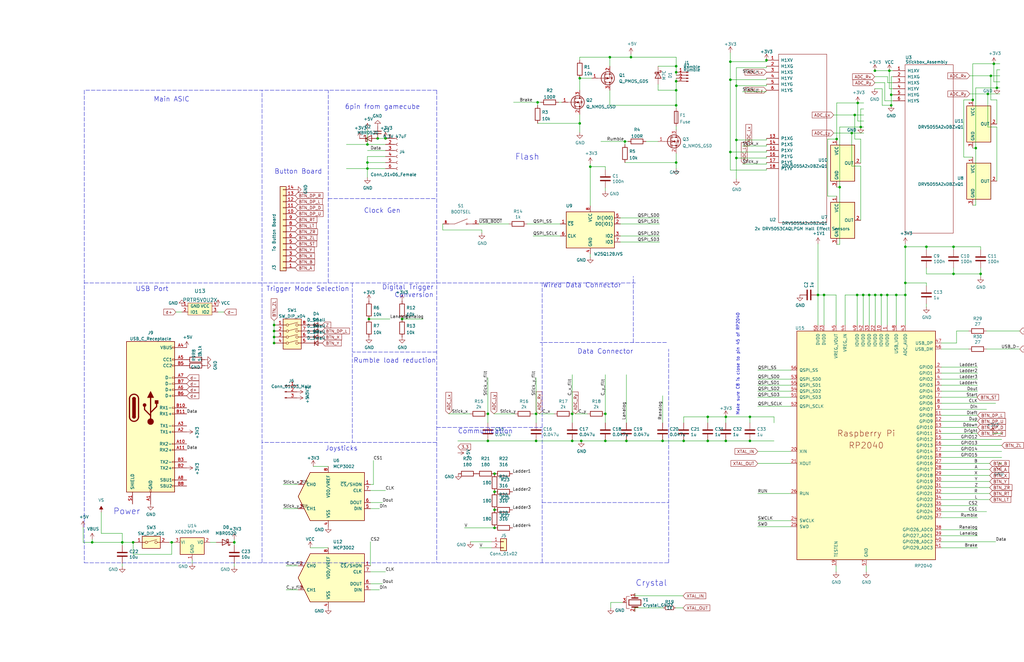
<source format=kicad_sch>
(kicad_sch (version 20211123) (generator eeschema)
  (paper "B")
  (title_block (title "Procon GCC Main PCB") (date "2019-12-18") (rev "0.1") (company "Luberry's Custom Controllers"))
  (lib_symbols
    (symbol "Analog_ADC:MCP3002" (pin_names (offset 1.016))
      (property "Reference" "U" (at -6.35 11.43 0))
      (property "Value" "MCP3002" (at 11.43 11.43 0))
      (symbol "MCP3002_1_1"
        (pin input line (at 17.78 5.08 180) (length 2.54) (name "~{CS}/SHDN") (number "1"))
        (pin passive line (at -12.7 5.08 0) (length 2.54) (name "CH0") (number "2"))
        (pin passive line (at -12.7 -5.08 0) (length 2.54) (name "CH1") (number "3"))
        (pin power_in line (at 0 -12.7 90) (length 2.54) (name "VSS") (number "4"))
        (pin input line (at 17.78 -5.08 180) (length 2.54) (name "DIN") (number "5"))
        (pin output line (at 17.78 -2.54 180) (length 2.54) (name "DOUT") (number "6"))
        (pin input line (at 17.78 2.54 180) (length 2.54) (name "CLK") (number "7"))
        (pin power_in line (at 0 12.7 270) (length 2.54) (name "VDD/VREF") (number "8"))
      )
    )
    (symbol "Connector:Conn_01x02_Male" (pin_names (offset 1.016) hide)
      (property "Reference" "J" (at 0 2.54 0))
      (property "Value" "Conn_01x02_Male" (at 0 -5.08 0))
      (symbol "Conn_01x02_Male_1_1"
        (pin passive line (at 5.08 0 180) (length 3.81) (name "Pin_1") (number "1"))
        (pin passive line (at 5.08 -2.54 180) (length 3.81) (name "Pin_2") (number "2"))
      )
    )
    (symbol "Connector:Conn_01x03_Male" (pin_names (offset 1.016) hide)
      (property "Reference" "J" (at 0 5.08 0))
      (property "Value" "Conn_01x03_Male" (at 0 -5.08 0))
      (symbol "Conn_01x03_Male_1_1"
        (pin passive line (at 5.08 2.54 180) (length 3.81) (name "Pin_1") (number "1"))
        (pin passive line (at 5.08 0 180) (length 3.81) (name "Pin_2") (number "2"))
        (pin passive line (at 5.08 -2.54 180) (length 3.81) (name "Pin_3") (number "3"))
      )
    )
    (symbol "Connector:Conn_01x06_Female" (pin_names (offset 1.016) hide)
      (property "Reference" "J" (at 0 7.62 0))
      (property "Value" "Conn_01x06_Female" (at 0 -10.16 0))
      (symbol "Conn_01x06_Female_1_1"
        (pin passive line (at -5.08 5.08 0) (length 3.81) (name "Pin_1") (number "1"))
        (pin passive line (at -5.08 2.54 0) (length 3.81) (name "Pin_2") (number "2"))
        (pin passive line (at -5.08 0 0) (length 3.81) (name "Pin_3") (number "3"))
        (pin passive line (at -5.08 -2.54 0) (length 3.81) (name "Pin_4") (number "4"))
        (pin passive line (at -5.08 -5.08 0) (length 3.81) (name "Pin_5") (number "5"))
        (pin passive line (at -5.08 -7.62 0) (length 3.81) (name "Pin_6") (number "6"))
      )
    )
    (symbol "Connector:USB_C_Receptacle" (pin_names (offset 1.016))
      (property "Reference" "J" (at -10.16 29.21 0))
      (property "Value" "USB_C_Receptacle" (at 10.16 29.21 0))
      (symbol "USB_C_Receptacle_1_1"
        (pin passive line (at 0 -40.64 90) (length 5.08) (name "GND") (number "A1"))
        (pin bidirectional line (at 15.24 -15.24 180) (length 5.08) (name "RX2-") (number "A10"))
        (pin bidirectional line (at 15.24 -17.78 180) (length 5.08) (name "RX2+") (number "A11"))
        (pin passive line (at 0 -40.64 90) (length 5.08) hide (name "GND") (number "A12"))
        (pin bidirectional line (at 15.24 -10.16 180) (length 5.08) (name "TX1+") (number "A2"))
        (pin bidirectional line (at 15.24 -7.62 180) (length 5.08) (name "TX1-") (number "A3"))
        (pin passive line (at 15.24 25.4 180) (length 5.08) (name "VBUS") (number "A4"))
        (pin bidirectional line (at 15.24 20.32 180) (length 5.08) (name "CC1") (number "A5"))
        (pin bidirectional line (at 15.24 7.62 180) (length 5.08) (name "D+") (number "A6"))
        (pin bidirectional line (at 15.24 12.7 180) (length 5.08) (name "D-") (number "A7"))
        (pin bidirectional line (at 15.24 -30.48 180) (length 5.08) (name "SBU1") (number "A8"))
        (pin passive line (at 15.24 25.4 180) (length 5.08) hide (name "VBUS") (number "A9"))
        (pin passive line (at 0 -40.64 90) (length 5.08) hide (name "GND") (number "B1"))
        (pin bidirectional line (at 15.24 0 180) (length 5.08) (name "RX1-") (number "B10"))
        (pin bidirectional line (at 15.24 -2.54 180) (length 5.08) (name "RX1+") (number "B11"))
        (pin passive line (at 0 -40.64 90) (length 5.08) hide (name "GND") (number "B12"))
        (pin bidirectional line (at 15.24 -25.4 180) (length 5.08) (name "TX2+") (number "B2"))
        (pin bidirectional line (at 15.24 -22.86 180) (length 5.08) (name "TX2-") (number "B3"))
        (pin passive line (at 15.24 25.4 180) (length 5.08) hide (name "VBUS") (number "B4"))
        (pin bidirectional line (at 15.24 17.78 180) (length 5.08) (name "CC2") (number "B5"))
        (pin bidirectional line (at 15.24 5.08 180) (length 5.08) (name "D+") (number "B6"))
        (pin bidirectional line (at 15.24 10.16 180) (length 5.08) (name "D-") (number "B7"))
        (pin bidirectional line (at 15.24 -33.02 180) (length 5.08) (name "SBU2") (number "B8"))
        (pin passive line (at 15.24 25.4 180) (length 5.08) hide (name "VBUS") (number "B9"))
        (pin passive line (at -7.62 -40.64 90) (length 5.08) (name "SHIELD") (number "S1"))
      )
    )
    (symbol "Connector_Generic:Conn_01x02" (pin_names (offset 1.016) hide)
      (property "Reference" "J" (at 0 2.54 0))
      (property "Value" "Conn_01x02" (at 0 -5.08 0))
      (symbol "Conn_01x02_1_1"
        (pin passive line (at -5.08 0 0) (length 3.81) (name "Pin_1") (number "1"))
        (pin passive line (at -5.08 -2.54 0) (length 3.81) (name "Pin_2") (number "2"))
      )
    )
    (symbol "Connector_Generic:Conn_01x14" (pin_names (offset 1.016) hide)
      (property "Reference" "J" (at 0 17.78 0))
      (property "Value" "Conn_01x14" (at 0 -20.32 0))
      (symbol "Conn_01x14_1_1"
        (pin passive line (at -5.08 15.24 0) (length 3.81) (name "Pin_1") (number "1"))
        (pin passive line (at -5.08 -7.62 0) (length 3.81) (name "Pin_10") (number "10"))
        (pin passive line (at -5.08 -10.16 0) (length 3.81) (name "Pin_11") (number "11"))
        (pin passive line (at -5.08 -12.7 0) (length 3.81) (name "Pin_12") (number "12"))
        (pin passive line (at -5.08 -15.24 0) (length 3.81) (name "Pin_13") (number "13"))
        (pin passive line (at -5.08 -17.78 0) (length 3.81) (name "Pin_14") (number "14"))
        (pin passive line (at -5.08 12.7 0) (length 3.81) (name "Pin_2") (number "2"))
        (pin passive line (at -5.08 10.16 0) (length 3.81) (name "Pin_3") (number "3"))
        (pin passive line (at -5.08 7.62 0) (length 3.81) (name "Pin_4") (number "4"))
        (pin passive line (at -5.08 5.08 0) (length 3.81) (name "Pin_5") (number "5"))
        (pin passive line (at -5.08 2.54 0) (length 3.81) (name "Pin_6") (number "6"))
        (pin passive line (at -5.08 0 0) (length 3.81) (name "Pin_7") (number "7"))
        (pin passive line (at -5.08 -2.54 0) (length 3.81) (name "Pin_8") (number "8"))
        (pin passive line (at -5.08 -5.08 0) (length 3.81) (name "Pin_9") (number "9"))
      )
    )
    (symbol "Device:C" (pin_numbers hide) (pin_names (offset 0.254))
      (property "Reference" "C" (at 0.635 2.54 0))
      (property "Value" "C" (at 0.635 -2.54 0))
      (symbol "C_1_1"
        (pin passive line (at 0 3.81 270) (length 2.794) (name "~") (number "1"))
        (pin passive line (at 0 -3.81 90) (length 2.794) (name "~") (number "2"))
      )
    )
    (symbol "Device:C_Small" (pin_numbers hide) (pin_names (offset 0.254) hide)
      (property "Reference" "C" (at 0.254 1.778 0))
      (property "Value" "C_Small" (at 0.254 -2.032 0))
      (symbol "C_Small_1_1"
        (pin passive line (at 0 2.54 270) (length 2.032) (name "~") (number "1"))
        (pin passive line (at 0 -2.54 90) (length 2.032) (name "~") (number "2"))
      )
    )
    (symbol "Device:Crystal_GND3" (pin_names (offset 1.016) hide)
      (property "Reference" "Y" (at 0 5.715 0))
      (property "Value" "Crystal_GND3" (at 0 3.81 0))
      (symbol "Crystal_GND3_1_1"
        (pin passive line (at -3.81 0 0) (length 1.27) (name "1") (number "1"))
        (pin passive line (at 3.81 0 180) (length 1.27) (name "2") (number "2"))
        (pin passive line (at 0 -5.08 90) (length 1.27) (name "3") (number "3"))
      )
    )
    (symbol "Device:D_Schottky" (pin_numbers hide) (pin_names (offset 1.016) hide)
      (property "Reference" "D" (at 0 2.54 0))
      (property "Value" "D_Schottky" (at 0 -2.54 0))
      (symbol "D_Schottky_1_1"
        (pin passive line (at -3.81 0 0) (length 2.54) (name "K") (number "1"))
        (pin passive line (at 3.81 0 180) (length 2.54) (name "A") (number "2"))
      )
    )
    (symbol "Device:D_Small" (pin_numbers hide) (pin_names (offset 0.254) hide)
      (property "Reference" "D" (at -1.27 2.032 0))
      (property "Value" "D_Small" (at -3.81 -2.032 0))
      (symbol "D_Small_1_1"
        (pin passive line (at -2.54 0 0) (length 1.778) (name "K") (number "1"))
        (pin passive line (at 2.54 0 180) (length 1.778) (name "A") (number "2"))
      )
    )
    (symbol "Device:Fuse" (pin_numbers hide) (pin_names (offset 0))
      (property "Reference" "F" (at 2.032 0 90))
      (property "Value" "Fuse" (at -1.905 0 90))
      (symbol "Fuse_1_1"
        (pin passive line (at 0 3.81 270) (length 1.27) (name "~") (number "1"))
        (pin passive line (at 0 -3.81 90) (length 1.27) (name "~") (number "2"))
      )
    )
    (symbol "Device:Q_NMOS_GSD" (pin_names (offset 0) hide)
      (property "Reference" "Q" (at 5.08 1.27 0))
      (property "Value" "Q_NMOS_GSD" (at 5.08 -1.27 0))
      (symbol "Q_NMOS_GSD_1_1"
        (pin input line (at -5.08 0 0) (length 2.54) (name "G") (number "1"))
        (pin passive line (at 2.54 -5.08 90) (length 2.54) (name "S") (number "2"))
        (pin passive line (at 2.54 5.08 270) (length 2.54) (name "D") (number "3"))
      )
    )
    (symbol "Device:Q_PMOS_GSD" (pin_names (offset 0) hide)
      (property "Reference" "Q" (at 5.08 1.27 0))
      (property "Value" "Q_PMOS_GSD" (at 5.08 -1.27 0))
      (symbol "Q_PMOS_GSD_1_1"
        (pin input line (at -5.08 0 0) (length 2.54) (name "G") (number "1"))
        (pin passive line (at 2.54 -5.08 90) (length 2.54) (name "S") (number "2"))
        (pin passive line (at 2.54 5.08 270) (length 2.54) (name "D") (number "3"))
      )
    )
    (symbol "Device:R" (pin_numbers hide) (pin_names (offset 0))
      (property "Reference" "R" (at 2.032 0 90))
      (property "Value" "R" (at 0 0 90))
      (symbol "R_1_1"
        (pin passive line (at 0 3.81 270) (length 1.27) (name "~") (number "1"))
        (pin passive line (at 0 -3.81 90) (length 1.27) (name "~") (number "2"))
      )
    )
    (symbol "Device:R_Small" (pin_numbers hide) (pin_names (offset 0.254) hide)
      (property "Reference" "R" (at 0.762 0.508 0))
      (property "Value" "R_Small" (at 0.762 -1.016 0))
      (symbol "R_Small_1_1"
        (pin passive line (at 0 2.54 270) (length 0.762) (name "~") (number "1"))
        (pin passive line (at 0 -2.54 90) (length 0.762) (name "~") (number "2"))
      )
    )
    (symbol "Diode:MBR0520" (pin_numbers hide) (pin_names (offset 1.016) hide)
      (property "Reference" "D" (at 0 2.54 0))
      (property "Value" "MBR0520" (at 0 -2.54 0))
      (symbol "MBR0520_1_1"
        (pin passive line (at -3.81 0 0) (length 2.54) (name "K") (number "1"))
        (pin passive line (at 3.81 0 180) (length 2.54) (name "A") (number "2"))
      )
    )
    (symbol "GCC:+3.3V" (power) (pin_names (offset 0))
      (property "Value" "+3.3V" (at 0 3.556 0))
      (symbol "+3.3V_1_1"
        (pin power_in line (at 0 0 90) (length 0) hide (name "+3V3") (number "1"))
      )
    )
    (symbol "GCC:Gamecube-MB-rescue_Stickbox_Assembly-Gamecube_MB" (pin_names (offset 1.016))
      (property "Reference" "U" (at 12.7 -41.91 90))
      (property "Value" "Gamecube-MB-rescue_Stickbox_Assembly-Gamecube_MB" (at 8.89 -35.56 90))
      (symbol "Gamecube-MB-rescue_Stickbox_Assembly-Gamecube_MB_0_0"
        (pin unspecified line (at -5.08 -2.54 0) (length 5.08) (name "H1XV") (number "1"))
        (pin unspecified line (at -5.08 -35.56 0) (length 5.08) (name "P1XG") (number "13"))
        (pin unspecified line (at -5.08 -38.1 0) (length 5.08) (name "P1XS") (number "14"))
        (pin unspecified line (at -5.08 -40.64 0) (length 5.08) (name "P1XV") (number "15"))
        (pin unspecified line (at -5.08 -43.18 0) (length 5.08) (name "P1YG") (number "16"))
        (pin unspecified line (at -5.08 -45.72 0) (length 5.08) (name "P1YS") (number "17"))
        (pin unspecified line (at -5.08 -48.26 0) (length 5.08) (name "P1YV") (number "18"))
        (pin unspecified line (at -5.08 -5.08 0) (length 5.08) (name "H1XG") (number "2"))
        (pin unspecified line (at -5.08 -7.62 0) (length 5.08) (name "H1XS") (number "3"))
        (pin unspecified line (at -5.08 -10.16 0) (length 5.08) (name "H1YV") (number "4"))
        (pin unspecified line (at -5.08 -12.7 0) (length 5.08) (name "H1YG") (number "5"))
        (pin unspecified line (at -5.08 -15.24 0) (length 5.08) (name "H1YS") (number "6"))
      )
    )
    (symbol "Gamecube MB:Stickbox_Assembly_Hall_Only" (pin_names (offset 1.016))
      (property "Reference" "U2" (at -3.81 -69.85 0))
      (property "Value" "Stickbox_Assembly_Hall_Only" (at -10.16 -73.66 0))
      (symbol "Stickbox_Assembly_Hall_Only_0_0"
        (pin unspecified line (at -5.08 -2.54 0) (length 5.08) (name "H1XV") (number "1"))
        (pin unspecified line (at -5.08 -5.08 0) (length 5.08) (name "H1XG") (number "2"))
        (pin unspecified line (at -5.08 -7.62 0) (length 5.08) (name "H1XS") (number "3"))
        (pin unspecified line (at -5.08 -10.16 0) (length 5.08) (name "H1YV") (number "4"))
        (pin unspecified line (at -5.08 -12.7 0) (length 5.08) (name "H1YG") (number "5"))
        (pin unspecified line (at -5.08 -15.24 0) (length 5.08) (name "H1YS") (number "6"))
      )
    )
    (symbol "MCU_RaspberryPi_RP2040:RP2040" (pin_names (offset 1.016))
      (property "Reference" "U" (at -29.21 49.53 0))
      (property "Value" "RP2040" (at 24.13 -49.53 0))
      (symbol "RP2040_0_0"
        (text "Raspberry Pi" (at 0 5.08 0) (effects (font (size 2.54 2.54))))
        (text "RP2040" (at 0 0 0) (effects (font (size 2.54 2.54))))
      )
      (symbol "RP2040_1_1"
        (pin power_in line (at 8.89 50.8 270) (length 2.54) (name "IOVDD") (number "1"))
        (pin power_in line (at 6.35 50.8 270) (length 2.54) (name "IOVDD") (number "10"))
        (pin bidirectional line (at 31.75 12.7 180) (length 2.54) (name "GPIO8") (number "11"))
        (pin bidirectional line (at 31.75 10.16 180) (length 2.54) (name "GPIO9") (number "12"))
        (pin bidirectional line (at 31.75 7.62 180) (length 2.54) (name "GPIO10") (number "13"))
        (pin bidirectional line (at 31.75 5.08 180) (length 2.54) (name "GPIO11") (number "14"))
        (pin bidirectional line (at 31.75 2.54 180) (length 2.54) (name "GPIO12") (number "15"))
        (pin bidirectional line (at 31.75 0 180) (length 2.54) (name "GPIO13") (number "16"))
        (pin bidirectional line (at 31.75 -2.54 180) (length 2.54) (name "GPIO14") (number "17"))
        (pin bidirectional line (at 31.75 -5.08 180) (length 2.54) (name "GPIO15") (number "18"))
        (pin passive line (at -12.7 -50.8 90) (length 2.54) (name "TESTEN") (number "19"))
        (pin bidirectional line (at 31.75 33.02 180) (length 2.54) (name "GPIO0") (number "2"))
        (pin input line (at -31.75 -2.54 0) (length 2.54) (name "XIN") (number "20"))
        (pin passive line (at -31.75 -7.62 0) (length 2.54) (name "XOUT") (number "21"))
        (pin power_in line (at 3.81 50.8 270) (length 2.54) (name "IOVDD") (number "22"))
        (pin power_in line (at -17.78 50.8 270) (length 2.54) (name "DVDD") (number "23"))
        (pin output line (at -31.75 -31.75 0) (length 2.54) (name "SWCLK") (number "24"))
        (pin bidirectional line (at -31.75 -34.29 0) (length 2.54) (name "SWD") (number "25"))
        (pin input line (at -31.75 -20.32 0) (length 2.54) (name "RUN") (number "26"))
        (pin bidirectional line (at 31.75 -7.62 180) (length 2.54) (name "GPIO16") (number "27"))
        (pin bidirectional line (at 31.75 -10.16 180) (length 2.54) (name "GPIO17") (number "28"))
        (pin bidirectional line (at 31.75 -12.7 180) (length 2.54) (name "GPIO18") (number "29"))
        (pin bidirectional line (at 31.75 30.48 180) (length 2.54) (name "GPIO1") (number "3"))
        (pin bidirectional line (at 31.75 -15.24 180) (length 2.54) (name "GPIO19") (number "30"))
        (pin bidirectional line (at 31.75 -17.78 180) (length 2.54) (name "GPIO20") (number "31"))
        (pin bidirectional line (at 31.75 -20.32 180) (length 2.54) (name "GPIO21") (number "32"))
        (pin power_in line (at 1.27 50.8 270) (length 2.54) (name "IOVDD") (number "33"))
        (pin bidirectional line (at 31.75 -22.86 180) (length 2.54) (name "GPIO22") (number "34"))
        (pin bidirectional line (at 31.75 -25.4 180) (length 2.54) (name "GPIO23") (number "35"))
        (pin bidirectional line (at 31.75 -27.94 180) (length 2.54) (name "GPIO24") (number "36"))
        (pin bidirectional line (at 31.75 -30.48 180) (length 2.54) (name "GPIO25") (number "37"))
        (pin bidirectional line (at 31.75 -35.56 180) (length 2.54) (name "GPIO26_ADC0") (number "38"))
        (pin bidirectional line (at 31.75 -38.1 180) (length 2.54) (name "GPIO27_ADC1") (number "39"))
        (pin bidirectional line (at 31.75 27.94 180) (length 2.54) (name "GPIO2") (number "4"))
        (pin bidirectional line (at 31.75 -40.64 180) (length 2.54) (name "GPIO28_ADC2") (number "40"))
        (pin bidirectional line (at 31.75 -43.18 180) (length 2.54) (name "GPIO29_ADC3") (number "41"))
        (pin power_in line (at -1.27 50.8 270) (length 2.54) (name "IOVDD") (number "42"))
        (pin power_in line (at 16.51 50.8 270) (length 2.54) (name "ADC_AVDD") (number "43"))
        (pin power_in line (at -8.89 50.8 270) (length 2.54) (name "VREG_IN") (number "44"))
        (pin power_out line (at -12.7 50.8 270) (length 2.54) (name "VREG_VOUT") (number "45"))
        (pin bidirectional line (at 31.75 40.64 180) (length 2.54) (name "USB_DM") (number "46"))
        (pin bidirectional line (at 31.75 43.18 180) (length 2.54) (name "USB_DP") (number "47"))
        (pin power_in line (at 12.7 50.8 270) (length 2.54) (name "USB_VDD") (number "48"))
        (pin power_in line (at -3.81 50.8 270) (length 2.54) (name "IOVDD") (number "49"))
        (pin bidirectional line (at 31.75 25.4 180) (length 2.54) (name "GPIO3") (number "5"))
        (pin power_in line (at -20.32 50.8 270) (length 2.54) (name "DVDD") (number "50"))
        (pin bidirectional line (at -31.75 20.32 0) (length 2.54) (name "QSPI_SD3") (number "51"))
        (pin output line (at -31.75 16.51 0) (length 2.54) (name "QSPI_SCLK") (number "52"))
        (pin bidirectional line (at -31.75 27.94 0) (length 2.54) (name "QSPI_SD0") (number "53"))
        (pin bidirectional line (at -31.75 22.86 0) (length 2.54) (name "QSPI_SD2") (number "54"))
        (pin bidirectional line (at -31.75 25.4 0) (length 2.54) (name "QSPI_SD1") (number "55"))
        (pin bidirectional line (at -31.75 31.75 0) (length 2.54) (name "QSPI_SS") (number "56"))
        (pin power_in line (at 0 -50.8 90) (length 2.54) (name "GND") (number "57"))
        (pin bidirectional line (at 31.75 22.86 180) (length 2.54) (name "GPIO4") (number "6"))
        (pin bidirectional line (at 31.75 20.32 180) (length 2.54) (name "GPIO5") (number "7"))
        (pin bidirectional line (at 31.75 17.78 180) (length 2.54) (name "GPIO6") (number "8"))
        (pin bidirectional line (at 31.75 15.24 180) (length 2.54) (name "GPIO7") (number "9"))
      )
    )
    (symbol "Memory_Flash:W25Q128JVS"
      (property "Reference" "U" (at -8.89 8.89 0))
      (property "Value" "W25Q128JVS" (at 7.62 8.89 0))
      (symbol "W25Q128JVS_1_1"
        (pin input line (at -12.7 2.54 0) (length 2.54) (name "~{CS}") (number "1"))
        (pin bidirectional line (at 12.7 2.54 180) (length 2.54) (name "DO(IO1)") (number "2"))
        (pin bidirectional line (at 12.7 -2.54 180) (length 2.54) (name "IO2") (number "3"))
        (pin power_in line (at 0 -10.16 90) (length 2.54) (name "GND") (number "4"))
        (pin bidirectional line (at 12.7 5.08 180) (length 2.54) (name "DI(IO0)") (number "5"))
        (pin input line (at -12.7 -2.54 0) (length 2.54) (name "CLK") (number "6"))
        (pin bidirectional line (at 12.7 -5.08 180) (length 2.54) (name "IO3") (number "7"))
        (pin power_in line (at 0 10.16 270) (length 2.54) (name "VCC") (number "8"))
      )
    )
    (symbol "Regulator_Linear:XC6206PxxxMR" (pin_names (offset 0.254))
      (property "Reference" "U" (at -3.81 3.175 0))
      (property "Value" "XC6206PxxxMR" (at 0 3.175 0))
      (symbol "XC6206PxxxMR_1_1"
        (pin power_in line (at 0 -7.62 90) (length 2.54) (name "GND") (number "1"))
        (pin power_out line (at 7.62 0 180) (length 2.54) (name "VO") (number "2"))
        (pin power_in line (at -7.62 0 0) (length 2.54) (name "VI") (number "3"))
      )
    )
    (symbol "Sensor_Magnetic:DRV5055A2xDBZxQ1"
      (property "Reference" "U" (at 2.54 12.7 0))
      (property "Value" "DRV5055A2xDBZxQ1" (at 2.54 10.16 0))
      (symbol "DRV5055A2xDBZxQ1_1_1"
        (pin power_in line (at -2.54 10.16 270) (length 2.54) (name "VCC") (number "1"))
        (pin output line (at 7.62 0 180) (length 2.54) (name "OUT") (number "2"))
        (pin power_in line (at -2.54 -10.16 90) (length 2.54) (name "GND") (number "3"))
      )
    )
    (symbol "Switch:SW_DIP_x01" (pin_names (offset 0) hide)
      (property "Reference" "SW" (at 0 3.81 0))
      (property "Value" "SW_DIP_x01" (at 0 -3.81 0))
      (symbol "SW_DIP_x01_1_1"
        (pin passive line (at -7.62 0 0) (length 5.08) (name "~") (number "1"))
        (pin passive line (at 7.62 0 180) (length 5.08) (name "~") (number "2"))
      )
    )
    (symbol "Switch:SW_DIP_x04" (pin_names (offset 0) hide)
      (property "Reference" "SW" (at 0 8.89 0))
      (property "Value" "SW_DIP_x04" (at 0 -6.35 0))
      (symbol "SW_DIP_x04_1_1"
        (pin passive line (at -7.62 5.08 0) (length 5.08) (name "~") (number "1"))
        (pin passive line (at -7.62 2.54 0) (length 5.08) (name "~") (number "2"))
        (pin passive line (at -7.62 0 0) (length 5.08) (name "~") (number "3"))
        (pin passive line (at -7.62 -2.54 0) (length 5.08) (name "~") (number "4"))
        (pin passive line (at 7.62 -2.54 180) (length 5.08) (name "~") (number "5"))
        (pin passive line (at 7.62 0 180) (length 5.08) (name "~") (number "6"))
        (pin passive line (at 7.62 2.54 180) (length 5.08) (name "~") (number "7"))
        (pin passive line (at 7.62 5.08 180) (length 5.08) (name "~") (number "8"))
      )
    )
    (symbol "TS-1187A-B-A-B:TS-1187A-B-A-B" (pin_names (offset 1.016) hide)
      (property "Reference" "S" (at -2.54 2.54 0))
      (property "Value" "TS-1187A-B-A-B" (at -2.54 -2.54 0))
      (symbol "TS-1187A-B-A-B_0_0"
        (pin passive line (at -7.62 0 0) (length 2.54) (name "~") (number "A"))
        (pin passive line (at -7.62 0 0) (length 2.54) (name "~") (number "B"))
        (pin passive line (at 7.62 0 180) (length 2.54) (name "~") (number "C"))
        (pin passive line (at 7.62 0 180) (length 2.54) (name "~") (number "D"))
      )
    )
    (symbol "cipulot_parts:PRTR5V0U2X" (pin_names (offset 1.016))
      (property "Reference" "U" (at 0 3.81 0))
      (property "Value" "PRTR5V0U2X" (at 0 -3.81 0))
      (symbol "PRTR5V0U2X_1_1"
        (pin input line (at -7.62 1.27 0) (length 2.54) (name "GND") (number "1"))
        (pin input line (at -7.62 -1.27 0) (length 2.54) (name "IO1") (number "2"))
        (pin input line (at 7.62 -1.27 180) (length 2.54) (name "IO2") (number "3"))
        (pin input line (at 7.62 1.27 180) (length 2.54) (name "VCC") (number "4"))
      )
    )
    (symbol "power:+1V1" (power) (pin_names (offset 0))
      (property "Value" "+1V1" (at 0 3.556 0))
      (symbol "+1V1_1_1"
        (pin power_in line (at 0 0 90) (length 0) hide (name "+1V1") (number "1"))
      )
    )
    (symbol "power:+3V3" (power) (pin_names (offset 0))
      (property "Value" "+3V3" (at 0 3.556 0))
      (symbol "+3V3_1_1"
        (pin power_in line (at 0 0 90) (length 0) hide (name "+3V3") (number "1"))
      )
    )
    (symbol "power:+5V" (power) (pin_names (offset 0))
      (property "Value" "+5V" (at 0 3.556 0))
      (symbol "+5V_1_1"
        (pin power_in line (at 0 0 90) (length 0) hide (name "+5V") (number "1"))
      )
    )
    (symbol "power:GND" (power) (pin_names (offset 0))
      (property "Value" "GND" (at 0 -3.81 0))
      (symbol "GND_1_1"
        (pin power_in line (at 0 0 270) (length 0) hide (name "GND") (number "1"))
      )
    )
    (symbol "power:VBUS" (power) (pin_names (offset 0))
      (property "Value" "VBUS" (at 0 3.81 0))
      (symbol "VBUS_1_1"
        (pin power_in line (at 0 0 90) (length 0) hide (name "VBUS") (number "1"))
      )
    )
    (symbol "power:VCC" (power) (pin_names (offset 0))
      (property "Value" "VCC" (at 0 3.81 0))
      (symbol "VCC_1_1"
        (pin power_in line (at 0 0 90) (length 0) hide (name "VCC") (number "1"))
      )
    )
    (symbol "power:VS" (power) (pin_names (offset 0))
      (property "Value" "VS" (at 0 3.81 0))
      (symbol "VS_1_1"
        (pin power_in line (at 0 0 90) (length 0) hide (name "VS") (number "1"))
      )
    )
  )
  (junction (at 162.56 58.42))
  (junction (at 307.975 64.135))
  (junction (at 98.806 228.854))
  (junction (at 154.94 60.96))
  (junction (at 241.3 186.055))
  (junction (at 368.935 29.845))
  (junction (at 208.534 215.138))
  (junction (at 413.512 115.57))
  (junction (at 375.031 29.845))
  (junction (at 154.94 68.58))
  (junction (at 285.115 38.1))
  (junction (at 226.06 186.055))
  (junction (at 51.562 228.854))
  (junction (at 263.525 59.69))
  (junction (at 410.21 42.164))
  (junction (at 205.74 186.055))
  (junction (at 72.39 228.854))
  (junction (at 285.115 27.94))
  (junction (at 375.793 44.45))
  (junction (at 352.806 58.674))
  (junction (at 56.134 228.854))
  (junction (at 208.534 222.758))
  (junction (at 159.258 58.42))
  (junction (at 298.45 175.895))
  (junction (at 169.545 134.62))
  (junction (at 285.115 34.29))
  (junction (at 344.932 124.46))
  (junction (at 226.695 43.18))
  (junction (at 347.472 124.46))
  (junction (at 371.602 124.46))
  (junction (at 38.862 228.854))
  (junction (at 369.062 124.46))
  (junction (at 420.37 37.084))
  (junction (at 264.16 186.055))
  (junction (at 390.652 104.14))
  (junction (at 285.115 68.58))
  (junction (at 279.4 186.055))
  (junction (at 411.48 62.484))
  (junction (at 288.29 186.055))
  (junction (at 298.45 186.055))
  (junction (at 366.522 124.46))
  (junction (at 255.27 174.625))
  (junction (at 154.94 71.12))
  (junction (at 245.11 186.055))
  (junction (at 323.215 25.4))
  (junction (at 361.696 43.434))
  (junction (at 248.92 70.358))
  (junction (at 359.156 56.134))
  (junction (at 316.23 186.055))
  (junction (at 285.115 44.45))
  (junction (at 115.57 139.7))
  (junction (at 244.475 33.02))
  (junction (at 115.57 137.16))
  (junction (at 381.762 124.46))
  (junction (at 361.442 124.46))
  (junction (at 266.065 24.13))
  (junction (at 226.06 174.625))
  (junction (at 115.57 144.78))
  (junction (at 374.142 124.46))
  (junction (at 306.07 175.895))
  (junction (at 306.07 186.055))
  (junction (at 241.3 174.625))
  (junction (at 377.952 124.46))
  (junction (at 208.534 207.518))
  (junction (at 257.175 24.13))
  (junction (at 360.426 48.514))
  (junction (at 316.23 175.895))
  (junction (at 255.27 186.055))
  (junction (at 285.115 30.48))
  (junction (at 381.762 104.14))
  (junction (at 402.082 104.14))
  (junction (at 205.74 174.625))
  (junction (at 381.762 119.38))
  (junction (at 402.082 115.57))
  (junction (at 307.975 26.035))
  (junction (at 354.076 78.994))
  (junction (at 155.575 134.62))
  (junction (at 208.534 199.898))
  (junction (at 310.515 66.675))
  (junction (at 419.1 26.924))
  (junction (at 362.966 53.594))
  (junction (at 310.515 59.055))
  (junction (at 375.793 40.005))
  (junction (at 307.975 33.655))
  (junction (at 115.57 142.24))
  (junction (at 363.982 124.46))
  (junction (at 416.56 39.624))
  (junction (at 244.475 52.07))
  (junction (at 417.83 32.004))
  (junction (at 310.515 36.195))
  (wire (pts (xy 376.555 42.545) (xy 373.126 42.545)))
  (wire (pts (xy 356.362 124.46) (xy 361.442 124.46)))
  (wire (pts (xy 373.126 42.545) (xy 373.126 34.925)))
  (wire (pts (xy 420.37 53.594) (xy 416.56 53.594)))
  (wire (pts (xy 244.475 52.07) (xy 244.475 55.88)))
  (wire (pts (xy 214.63 94.488) (xy 201.93 94.488)))
  (wire (pts (xy 354.076 78.994) (xy 354.076 103.124)))
  (wire (pts (xy 333.502 208.28) (xy 319.532 208.28)))
  (wire (pts (xy 257.556 254.254) (xy 257.556 256.54)))
  (wire (pts (xy 359.156 70.104) (xy 359.156 56.134)))
  (wire (pts (xy 397.002 226.06) (xy 412.242 226.06)))
  (wire (pts (xy 375.031 29.845) (xy 376.555 29.845)))
  (wire (pts (xy 362.966 53.594) (xy 364.236 53.594)))
  (wire (pts (xy 365.252 238.76) (xy 365.252 241.3)))
  (wire (pts (xy 156.21 248.92) (xy 160.02 248.92)))
  (wire (pts (xy 406.4 42.164) (xy 410.21 42.164)))
  (wire (pts (xy 403.352 139.7) (xy 403.352 144.78)))
  (wire (pts (xy 298.45 175.895) (xy 306.07 175.895)))
  (wire (pts (xy 162.56 207.01) (xy 156.21 207.01)))
  (wire (pts (xy 323.215 35.56) (xy 323.215 36.195)))
  (polyline (pts (xy 184.15 180.34) (xy 228.6 180.34)))
  (wire (pts (xy 323.215 33.02) (xy 323.215 33.655)))
  (wire (pts (xy 319.532 165.1) (xy 333.502 165.1)))
  (wire (pts (xy 397.002 203.2) (xy 417.322 203.2)))
  (wire (pts (xy 351.536 48.514) (xy 360.426 48.514)))
  (wire (pts (xy 363.982 124.46) (xy 366.522 124.46)))
  (wire (pts (xy 323.215 63.5) (xy 323.215 64.135)))
  (wire (pts (xy 368.808 37.465) (xy 371.983 37.465)))
  (wire (pts (xy 344.932 124.46) (xy 344.932 137.16)))
  (wire (pts (xy 410.21 26.924) (xy 410.21 42.164)))
  (wire (pts (xy 397.002 147.32) (xy 408.432 147.32)))
  (polyline (pts (xy 184.15 148.59) (xy 148.59 148.59)))
  (wire (pts (xy 319.532 162.56) (xy 333.502 162.56)))
  (wire (pts (xy 376.555 32.385) (xy 375.793 32.385)))
  (wire (pts (xy 375.031 37.465) (xy 375.031 29.845)))
  (wire (pts (xy 277.495 38.1) (xy 277.495 35.56)))
  (wire (pts (xy 298.45 175.895) (xy 298.45 178.435)))
  (wire (pts (xy 217.17 174.625) (xy 208.28 174.625)))
  (wire (pts (xy 377.952 137.16) (xy 377.952 124.46)))
  (wire (pts (xy 288.29 186.055) (xy 298.45 186.055)))
  (wire (pts (xy 255.27 70.358) (xy 248.92 70.358)))
  (wire (pts (xy 323.215 71.12) (xy 323.215 71.755)))
  (wire (pts (xy 397.002 223.52) (xy 412.242 223.52)))
  (polyline (pts (xy 184.15 38.1) (xy 184.15 237.49)))
  (wire (pts (xy 362.966 58.674) (xy 360.426 58.674)))
  (wire (pts (xy 333.502 156.21) (xy 319.532 156.21)))
  (wire (pts (xy 354.076 53.594) (xy 354.076 78.994)))
  (wire (pts (xy 156.21 238.76) (xy 156.21 228.6)))
  (wire (pts (xy 51.562 237.744) (xy 51.562 239.014)))
  (wire (pts (xy 360.426 48.514) (xy 364.236 48.514)))
  (wire (pts (xy 38.862 228.854) (xy 51.562 228.854)))
  (wire (pts (xy 361.696 43.434) (xy 352.806 43.434)))
  (wire (pts (xy 146.05 60.96) (xy 154.94 60.96)))
  (wire (pts (xy 417.83 42.164) (xy 417.83 32.004)))
  (wire (pts (xy 35.052 228.854) (xy 38.862 228.854)))
  (wire (pts (xy 316.23 178.435) (xy 316.23 175.895)))
  (wire (pts (xy 307.975 22.225) (xy 307.975 26.035)))
  (polyline (pts (xy 267.081 144.526) (xy 267.081 116.586)))
  (wire (pts (xy 366.522 137.16) (xy 366.522 124.46)))
  (wire (pts (xy 261.62 91.948) (xy 278.13 91.948)))
  (wire (pts (xy 261.62 99.568) (xy 278.13 99.568)))
  (wire (pts (xy 154.94 68.58) (xy 154.94 71.12)))
  (wire (pts (xy 410.21 66.294) (xy 406.4 66.294)))
  (wire (pts (xy 381.762 119.38) (xy 381.762 124.46)))
  (wire (pts (xy 397.002 154.94) (xy 412.242 154.94)))
  (wire (pts (xy 157.48 194.31) (xy 157.48 204.47)))
  (polyline (pts (xy 281.051 144.526) (xy 227.711 144.526)))
  (wire (pts (xy 125.73 238.76) (xy 120.65 238.76)))
  (wire (pts (xy 267.716 251.46) (xy 288.036 251.46)))
  (wire (pts (xy 51.562 225.044) (xy 51.562 228.854)))
  (wire (pts (xy 408.94 32.004) (xy 417.83 32.004)))
  (wire (pts (xy 363.982 137.16) (xy 363.982 124.46)))
  (wire (pts (xy 81.026 236.474) (xy 81.026 237.744)))
  (wire (pts (xy 381.762 124.46) (xy 381.762 137.16)))
  (wire (pts (xy 307.975 26.035) (xy 307.975 33.655)))
  (wire (pts (xy 202.184 231.14) (xy 207.264 231.14)))
  (wire (pts (xy 397.002 182.88) (xy 412.242 182.88)))
  (wire (pts (xy 310.515 66.675) (xy 310.515 75.565)))
  (wire (pts (xy 381.762 104.14) (xy 381.762 119.38)))
  (wire (pts (xy 310.515 28.575) (xy 323.215 28.575)))
  (wire (pts (xy 371.983 37.465) (xy 371.983 44.45)))
  (wire (pts (xy 326.39 178.435) (xy 326.39 175.895)))
  (wire (pts (xy 390.652 120.65) (xy 390.652 119.38)))
  (wire (pts (xy 205.74 178.435) (xy 205.74 174.625)))
  (wire (pts (xy 244.475 24.13) (xy 244.475 25.4)))
  (wire (pts (xy 408.94 39.624) (xy 416.56 39.624)))
  (wire (pts (xy 347.472 137.16) (xy 347.472 124.46)))
  (wire (pts (xy 146.05 71.12) (xy 154.94 71.12)))
  (wire (pts (xy 310.515 59.055) (xy 323.215 59.055)))
  (wire (pts (xy 326.39 175.895) (xy 316.23 175.895)))
  (wire (pts (xy 397.002 210.82) (xy 417.322 210.82)))
  (wire (pts (xy 397.002 170.18) (xy 419.862 170.18)))
  (wire (pts (xy 381.762 119.38) (xy 390.652 119.38)))
  (wire (pts (xy 361.696 51.054) (xy 364.236 51.054)))
  (wire (pts (xy 245.11 186.055) (xy 241.3 186.055)))
  (wire (pts (xy 397.002 200.66) (xy 417.322 200.66)))
  (wire (pts (xy 375.793 32.385) (xy 375.793 40.005)))
  (wire (pts (xy 352.806 103.124) (xy 354.076 103.124)))
  (wire (pts (xy 403.352 139.7) (xy 408.432 139.7)))
  (wire (pts (xy 267.716 256.54) (xy 267.716 258.064)))
  (wire (pts (xy 248.92 69.088) (xy 248.92 70.358)))
  (wire (pts (xy 226.06 159.385) (xy 226.06 174.625)))
  (wire (pts (xy 98.806 228.854) (xy 98.806 230.124)))
  (wire (pts (xy 397.002 175.26) (xy 412.242 175.26)))
  (wire (pts (xy 390.652 128.27) (xy 390.652 129.54)))
  (wire (pts (xy 411.48 62.484) (xy 411.48 86.614)))
  (wire (pts (xy 91.948 131.699) (xy 94.488 131.699)))
  (wire (pts (xy 307.975 71.755) (xy 307.975 64.135)))
  (wire (pts (xy 397.002 167.64) (xy 412.242 167.64)))
  (wire (pts (xy 397.002 162.56) (xy 412.242 162.56)))
  (wire (pts (xy 257.175 27.94) (xy 257.175 24.13)))
  (wire (pts (xy 410.21 86.614) (xy 411.48 86.614)))
  (wire (pts (xy 154.94 60.96) (xy 154.94 54.61)))
  (polyline (pts (xy 184.15 38.1) (xy 35.56 38.1)))
  (wire (pts (xy 227.33 174.625) (xy 233.68 174.625)))
  (wire (pts (xy 307.975 64.135) (xy 323.215 64.135)))
  (wire (pts (xy 279.4 178.435) (xy 279.4 167.005)))
  (wire (pts (xy 397.002 172.72) (xy 416.052 172.72)))
  (wire (pts (xy 310.515 66.675) (xy 323.215 66.675)))
  (polyline (pts (xy 110.49 237.49) (xy 110.49 38.1)))
  (wire (pts (xy 402.082 115.57) (xy 390.652 115.57)))
  (wire (pts (xy 284.861 256.54) (xy 288.036 256.54)))
  (wire (pts (xy 397.002 193.04) (xy 422.402 193.04)))
  (wire (pts (xy 119.38 214.63) (xy 125.73 214.63)))
  (wire (pts (xy 390.652 113.03) (xy 390.652 115.57)))
  (wire (pts (xy 261.62 94.488) (xy 278.13 94.488)))
  (wire (pts (xy 224.79 99.568) (xy 236.22 99.568)))
  (wire (pts (xy 354.076 78.994) (xy 352.806 78.994)))
  (wire (pts (xy 56.134 228.854) (xy 58.166 228.854)))
  (wire (pts (xy 132.08 196.85) (xy 138.43 196.85)))
  (wire (pts (xy 38.862 227.584) (xy 38.862 228.854)))
  (wire (pts (xy 374.269 34.925) (xy 376.555 34.925)))
  (wire (pts (xy 257.175 24.13) (xy 266.065 24.13)))
  (wire (pts (xy 333.502 171.45) (xy 319.532 171.45)))
  (wire (pts (xy 319.532 190.5) (xy 333.502 190.5)))
  (wire (pts (xy 319.532 160.02) (xy 333.502 160.02)))
  (wire (pts (xy 323.215 33.655) (xy 307.975 33.655)))
  (wire (pts (xy 35.052 222.504) (xy 35.052 228.854)))
  (wire (pts (xy 285.115 27.94) (xy 285.115 24.13)))
  (wire (pts (xy 226.06 174.625) (xy 224.79 174.625)))
  (wire (pts (xy 307.975 33.655) (xy 307.975 64.135)))
  (wire (pts (xy 257.175 38.1) (xy 257.175 44.45)))
  (wire (pts (xy 371.602 137.16) (xy 371.602 124.46)))
  (wire (pts (xy 285.115 33.02) (xy 285.115 34.29)))
  (wire (pts (xy 323.215 26.035) (xy 307.975 26.035)))
  (wire (pts (xy 397.002 228.6) (xy 419.862 228.6)))
  (wire (pts (xy 397.002 213.36) (xy 412.242 213.36)))
  (wire (pts (xy 216.535 43.18) (xy 226.695 43.18)))
  (wire (pts (xy 115.57 144.78) (xy 116.205 144.78)))
  (wire (pts (xy 242.57 174.625) (xy 247.65 174.625)))
  (wire (pts (xy 397.002 198.12) (xy 417.322 198.12)))
  (wire (pts (xy 306.07 186.055) (xy 316.23 186.055)))
  (wire (pts (xy 352.806 43.434) (xy 352.806 58.674)))
  (wire (pts (xy 397.002 157.48) (xy 412.242 157.48)))
  (wire (pts (xy 56.134 228.854) (xy 56.134 233.934)))
  (wire (pts (xy 371.602 124.46) (xy 374.142 124.46)))
  (wire (pts (xy 162.56 71.12) (xy 154.94 71.12)))
  (polyline (pts (xy 148.59 119.38) (xy 148.59 186.69)))
  (wire (pts (xy 421.64 26.924) (xy 419.1 26.924)))
  (wire (pts (xy 422.402 195.58) (xy 421.132 195.58)))
  (wire (pts (xy 285.115 27.94) (xy 285.115 30.48)))
  (wire (pts (xy 285.115 44.45) (xy 285.115 45.72)))
  (wire (pts (xy 368.808 32.385) (xy 374.269 32.385)))
  (wire (pts (xy 413.512 113.03) (xy 413.512 115.57)))
  (wire (pts (xy 397.002 160.02) (xy 412.242 160.02)))
  (wire (pts (xy 333.502 222.25) (xy 319.532 222.25)))
  (wire (pts (xy 285.115 34.29) (xy 285.115 38.1)))
  (wire (pts (xy 323.215 58.42) (xy 323.215 59.055)))
  (wire (pts (xy 257.175 24.13) (xy 244.475 24.13)))
  (wire (pts (xy 402.082 104.14) (xy 413.512 104.14)))
  (wire (pts (xy 277.495 27.94) (xy 285.115 27.94)))
  (wire (pts (xy 397.002 144.78) (xy 403.352 144.78)))
  (wire (pts (xy 72.39 233.934) (xy 72.39 228.854)))
  (wire (pts (xy 368.808 29.845) (xy 368.935 29.845)))
  (wire (pts (xy 390.652 105.41) (xy 390.652 104.14)))
  (wire (pts (xy 323.215 27.94) (xy 323.215 28.575)))
  (wire (pts (xy 416.052 147.32) (xy 430.022 147.32)))
  (wire (pts (xy 154.94 66.04) (xy 154.94 68.58)))
  (wire (pts (xy 262.636 254.254) (xy 257.556 254.254)))
  (wire (pts (xy 416.56 53.594) (xy 416.56 39.624)))
  (wire (pts (xy 369.062 137.16) (xy 369.062 124.46)))
  (wire (pts (xy 361.442 137.16) (xy 361.442 124.46)))
  (wire (pts (xy 115.57 142.24) (xy 115.57 144.78)))
  (wire (pts (xy 235.585 43.18) (xy 236.855 43.18)))
  (wire (pts (xy 323.215 25.4) (xy 323.215 26.035)))
  (wire (pts (xy 381.762 102.87) (xy 381.762 104.14)))
  (wire (pts (xy 416.052 139.7) (xy 430.022 139.7)))
  (wire (pts (xy 205.74 186.055) (xy 226.06 186.055)))
  (wire (pts (xy 420.37 29.464) (xy 420.37 37.084)))
  (wire (pts (xy 241.3 174.625) (xy 241.3 178.435)))
  (wire (pts (xy 352.552 137.16) (xy 352.552 124.46)))
  (wire (pts (xy 397.002 231.14) (xy 412.242 231.14)))
  (wire (pts (xy 420.37 76.454) (xy 420.37 53.594)))
  (wire (pts (xy 222.25 94.488) (xy 236.22 94.488)))
  (wire (pts (xy 156.21 241.3) (xy 162.56 241.3)))
  (wire (pts (xy 226.695 43.18) (xy 227.965 43.18)))
  (polyline (pts (xy 281.94 237.49) (xy 281.94 147.32)))
  (wire (pts (xy 160.02 214.63) (xy 156.21 214.63)))
  (wire (pts (xy 162.56 66.04) (xy 154.94 66.04)))
  (wire (pts (xy 360.426 58.674) (xy 360.426 48.514)))
  (wire (pts (xy 397.002 187.96) (xy 422.402 187.96)))
  (polyline (pts (xy 138.43 83.82) (xy 184.15 83.82)))
  (wire (pts (xy 362.966 68.834) (xy 362.966 58.674)))
  (wire (pts (xy 285.115 68.58) (xy 285.115 71.12)))
  (wire (pts (xy 323.215 60.96) (xy 323.215 61.595)))
  (polyline (pts (xy 35.56 38.1) (xy 35.56 237.49)))
  (wire (pts (xy 98.806 227.584) (xy 98.806 228.854)))
  (wire (pts (xy 374.142 124.46) (xy 374.142 137.16)))
  (wire (pts (xy 42.672 225.044) (xy 51.562 225.044)))
  (wire (pts (xy 397.002 180.34) (xy 412.242 180.34)))
  (wire (pts (xy 344.932 102.87) (xy 344.932 124.46)))
  (wire (pts (xy 313.055 61.595) (xy 323.215 61.595)))
  (wire (pts (xy 285.115 30.48) (xy 285.115 31.75)))
  (wire (pts (xy 313.055 69.215) (xy 323.215 69.215)))
  (wire (pts (xy 267.716 256.54) (xy 279.781 256.54)))
  (wire (pts (xy 397.002 208.28) (xy 417.322 208.28)))
  (wire (pts (xy 362.966 70.104) (xy 359.156 70.104)))
  (wire (pts (xy 313.055 38.735) (xy 323.215 38.735)))
  (polyline (pts (xy 228.6 237.49) (xy 228.6 119.38)))
  (wire (pts (xy 411.48 62.484) (xy 410.21 62.484)))
  (wire (pts (xy 419.1 26.924) (xy 410.21 26.924)))
  (wire (pts (xy 402.082 113.03) (xy 402.082 115.57)))
  (wire (pts (xy 115.57 139.7) (xy 115.57 142.24)))
  (wire (pts (xy 244.475 33.02) (xy 249.555 33.02)))
  (wire (pts (xy 264.16 158.115) (xy 264.16 178.435)))
  (wire (pts (xy 244.475 48.26) (xy 244.475 52.07)))
  (wire (pts (xy 348.996 58.674) (xy 352.806 58.674)))
  (wire (pts (xy 402.082 105.41) (xy 402.082 104.14)))
  (wire (pts (xy 351.536 56.134) (xy 359.156 56.134)))
  (wire (pts (xy 226.06 174.625) (xy 226.06 178.435)))
  (wire (pts (xy 419.1 34.544) (xy 421.64 34.544)))
  (wire (pts (xy 420.37 37.084) (xy 411.48 37.084)))
  (wire (pts (xy 376.555 37.465) (xy 375.031 37.465)))
  (wire (pts (xy 285.115 38.1) (xy 277.495 38.1)))
  (wire (pts (xy 310.515 36.195) (xy 323.215 36.195)))
  (wire (pts (xy 288.29 175.895) (xy 298.45 175.895)))
  (wire (pts (xy 285.115 53.34) (xy 285.115 54.61)))
  (wire (pts (xy 348.996 82.804) (xy 348.996 58.674)))
  (wire (pts (xy 397.002 218.44) (xy 412.242 218.44)))
  (wire (pts (xy 285.115 64.77) (xy 285.115 68.58)))
  (wire (pts (xy 189.23 174.625) (xy 198.12 174.625)))
  (wire (pts (xy 381.762 104.14) (xy 390.652 104.14)))
  (wire (pts (xy 390.652 104.14) (xy 402.082 104.14)))
  (wire (pts (xy 352.552 124.46) (xy 347.472 124.46)))
  (wire (pts (xy 364.236 43.434) (xy 361.696 43.434)))
  (wire (pts (xy 263.525 59.69) (xy 263.525 60.96)))
  (wire (pts (xy 248.92 107.188) (xy 248.92 108.458)))
  (wire (pts (xy 226.695 52.07) (xy 244.475 52.07)))
  (wire (pts (xy 205.74 159.385) (xy 205.74 174.625)))
  (wire (pts (xy 420.37 52.324) (xy 420.37 42.164)))
  (wire (pts (xy 42.672 216.154) (xy 42.672 225.044)))
  (wire (pts (xy 419.1 26.924) (xy 419.1 34.544)))
  (wire (pts (xy 56.134 233.934) (xy 72.39 233.934)))
  (wire (pts (xy 347.472 124.46) (xy 344.932 124.46)))
  (wire (pts (xy 413.512 115.57) (xy 413.512 116.84)))
  (wire (pts (xy 263.525 59.69) (xy 264.795 59.69)))
  (wire (pts (xy 120.65 248.92) (xy 125.73 248.92)))
  (wire (pts (xy 255.27 158.115) (xy 255.27 174.625)))
  (wire (pts (xy 306.07 175.895) (xy 306.07 178.435)))
  (wire (pts (xy 288.29 178.435) (xy 288.29 175.895)))
  (wire (pts (xy 352.806 82.804) (xy 348.996 82.804)))
  (wire (pts (xy 226.06 186.055) (xy 241.3 186.055)))
  (wire (pts (xy 169.545 134.62) (xy 178.435 134.62)))
  (wire (pts (xy 193.04 186.055) (xy 205.74 186.055)))
  (wire (pts (xy 161.29 212.09) (xy 156.21 212.09)))
  (wire (pts (xy 241.3 158.115) (xy 241.3 174.625)))
  (wire (pts (xy 416.56 39.624) (xy 421.64 39.624)))
  (wire (pts (xy 397.002 165.1) (xy 412.242 165.1)))
  (wire (pts (xy 285.115 38.1) (xy 285.115 44.45)))
  (wire (pts (xy 115.57 137.16) (xy 115.57 139.7)))
  (wire (pts (xy 369.062 124.46) (xy 371.602 124.46)))
  (wire (pts (xy 159.258 58.42) (xy 162.56 58.42)))
  (wire (pts (xy 411.48 37.084) (xy 411.48 62.484)))
  (wire (pts (xy 266.065 22.86) (xy 266.065 24.13)))
  (wire (pts (xy 155.575 134.62) (xy 164.465 134.62)))
  (wire (pts (xy 154.94 71.12) (xy 154.94 74.93)))
  (wire (pts (xy 362.966 92.964) (xy 362.966 70.104)))
  (wire (pts (xy 263.525 68.58) (xy 285.115 68.58)))
  (wire (pts (xy 413.512 105.41) (xy 413.512 104.14)))
  (wire (pts (xy 255.27 71.628) (xy 255.27 70.358)))
  (wire (pts (xy 362.966 53.594) (xy 354.076 53.594)))
  (wire (pts (xy 51.562 228.854) (xy 56.134 228.854)))
  (wire (pts (xy 272.415 59.69) (xy 277.495 59.69)))
  (polyline (pts (xy 184.15 186.69) (xy 110.49 186.69)))
  (wire (pts (xy 51.562 230.124) (xy 51.562 228.854)))
  (wire (pts (xy 333.502 219.71) (xy 319.532 219.71)))
  (wire (pts (xy 115.57 135.255) (xy 115.57 137.16)))
  (wire (pts (xy 361.696 43.434) (xy 361.696 51.054)))
  (wire (pts (xy 310.515 66.675) (xy 310.515 59.055)))
  (wire (pts (xy 373.126 34.925) (xy 368.808 34.925)))
  (wire (pts (xy 203.2 97.028) (xy 203.2 98.298)))
  (wire (pts (xy 316.23 175.895) (xy 306.07 175.895)))
  (wire (pts (xy 98.806 237.744) (xy 98.806 239.014)))
  (wire (pts (xy 422.402 182.88) (xy 418.592 182.88)))
  (wire (pts (xy 356.362 137.16) (xy 356.362 124.46)))
  (wire (pts (xy 397.002 190.5) (xy 422.402 190.5)))
  (wire (pts (xy 420.37 42.164) (xy 417.83 42.164)))
  (wire (pts (xy 261.62 102.108) (xy 278.13 102.108)))
  (wire (pts (xy 162.56 63.5) (xy 154.94 63.5)))
  (wire (pts (xy 71.374 228.854) (xy 72.39 228.854)))
  (wire (pts (xy 402.082 115.57) (xy 413.512 115.57)))
  (wire (pts (xy 72.39 228.854) (xy 73.406 228.854)))
  (wire (pts (xy 285.115 44.45) (xy 257.175 44.45)))
  (wire (pts (xy 279.4 186.055) (xy 288.29 186.055)))
  (wire (pts (xy 195.834 222.758) (xy 208.534 222.758)))
  (wire (pts (xy 162.56 60.96) (xy 154.94 60.96)))
  (wire (pts (xy 186.69 97.028) (xy 203.2 97.028)))
  (wire (pts (xy 375.793 40.005) (xy 376.555 40.005)))
  (wire (pts (xy 371.983 44.45) (xy 375.793 44.45)))
  (wire (pts (xy 130.81 231.14) (xy 138.43 231.14)))
  (wire (pts (xy 417.83 32.004) (xy 421.64 32.004)))
  (wire (pts (xy 421.64 29.464) (xy 420.37 29.464)))
  (wire (pts (xy 285.115 24.13) (xy 266.065 24.13)))
  (wire (pts (xy 255.27 79.248) (xy 255.27 80.518)))
  (wire (pts (xy 397.002 195.58) (xy 417.322 195.58)))
  (wire (pts (xy 255.27 174.625) (xy 255.27 178.435)))
  (wire (pts (xy 359.156 56.134) (xy 364.236 56.134)))
  (wire (pts (xy 162.56 68.58) (xy 154.94 68.58)))
  (wire (pts (xy 156.21 246.38) (xy 161.29 246.38)))
  (wire (pts (xy 244.475 33.02) (xy 244.475 38.1)))
  (polyline (pts (xy 138.43 119.38) (xy 138.43 38.1)))
  (wire (pts (xy 253.365 59.69) (xy 263.525 59.69)))
  (wire (pts (xy 352.552 238.76) (xy 352.552 241.3)))
  (wire (pts (xy 316.23 186.055) (xy 326.39 186.055)))
  (wire (pts (xy 375.793 40.005) (xy 375.793 44.45)))
  (wire (pts (xy 323.215 68.58) (xy 323.215 69.215)))
  (wire (pts (xy 397.002 185.42) (xy 422.402 185.42)))
  (wire (pts (xy 364.236 45.974) (xy 362.966 45.974)))
  (wire (pts (xy 255.27 186.055) (xy 264.16 186.055)))
  (wire (pts (xy 406.4 66.294) (xy 406.4 42.164)))
  (polyline (pts (xy 35.56 119.38) (xy 267.97 119.38)))
  (wire (pts (xy 91.186 228.854) (xy 88.646 228.854)))
  (polyline (pts (xy 228.6 212.09) (xy 281.94 212.09)))
  (polyline (pts (xy 35.56 237.49) (xy 281.94 237.49)))
  (wire (pts (xy 397.002 177.8) (xy 412.242 177.8)))
  (wire (pts (xy 74.168 131.699) (xy 76.708 131.699)))
  (wire (pts (xy 333.502 195.58) (xy 319.532 195.58)))
  (wire (pts (xy 307.975 71.755) (xy 323.215 71.755)))
  (wire (pts (xy 306.07 186.055) (xy 298.45 186.055)))
  (wire (pts (xy 319.532 167.64) (xy 333.502 167.64)))
  (wire (pts (xy 267.716 250.444) (xy 267.716 251.46)))
  (wire (pts (xy 361.442 124.46) (xy 363.982 124.46)))
  (wire (pts (xy 198.374 228.6) (xy 207.264 228.6)))
  (wire (pts (xy 368.935 29.845) (xy 375.031 29.845)))
  (wire (pts (xy 362.966 45.974) (xy 362.966 53.594)))
  (wire (pts (xy 397.002 205.74) (xy 417.322 205.74)))
  (wire (pts (xy 310.515 36.195) (xy 310.515 28.575)))
  (wire (pts (xy 377.952 124.46) (xy 381.762 124.46)))
  (wire (pts (xy 226.695 43.18) (xy 226.695 44.45)))
  (wire (pts (xy 264.16 186.055) (xy 279.4 186.055)))
  (wire (pts (xy 186.69 94.488) (xy 186.69 97.028)))
  (wire (pts (xy 119.38 204.47) (xy 125.73 204.47)))
  (wire (pts (xy 374.269 32.385) (xy 374.269 34.925)))
  (wire (pts (xy 248.92 70.358) (xy 248.92 86.868)))
  (wire (pts (xy 420.37 37.084) (xy 421.64 37.084)))
  (wire (pts (xy 397.002 215.9) (xy 416.052 215.9)))
  (wire (pts (xy 323.215 66.04) (xy 323.215 66.675)))
  (wire (pts (xy 374.142 124.46) (xy 377.952 124.46)))
  (wire (pts (xy 310.515 36.195) (xy 310.515 59.055)))
  (wire (pts (xy 245.11 186.055) (xy 255.27 186.055)))
  (wire (pts (xy 156.21 204.47) (xy 157.48 204.47)))
  (wire (pts (xy 366.522 124.46) (xy 369.062 124.46)))
  (text "Flash" (at 217.17 67.818 0) (effects (font (size 2.54 2.54)) (justify left bottom)))
  (text "Digital Trigger\nConversion" (at 182.88 125.73 180) (effects (font (size 2.0066 2.0066)) (justify right bottom)))
  (text "Wired Data Connector" (at 262.001 121.666 180) (effects (font (size 2.0066 2.0066)) (justify right bottom)))
  (text "Rumble load reduction" (at 183.896 153.416 180) (effects (font (size 2.0066 2.0066)) (justify right bottom)))
  (text "Crystal" (at 267.97 247.65 0) (effects (font (size 2.54 2.54)) (justify left bottom)))
  (text "Button Board" (at 135.89 73.66 180) (effects (font (size 2.0066 2.0066)) (justify right bottom)))
  (text "Main ASIC" (at 64.77 43.18 0) (effects (font (size 2.0066 2.0066)) (justify left bottom)))
  (text "Joysticks" (at 137.16 190.5 0) (effects (font (size 2.0066 2.0066)) (justify left bottom)))
  (text "Clock Gen" (at 168.91 90.17 180) (effects (font (size 2.0066 2.0066)) (justify right bottom)))
  (text "Communication" (at 216.281 183.261 180) (effects (font (size 2.0066 2.0066)) (justify right bottom)))
  (text "Data Connector" (at 267.081 149.606 180) (effects (font (size 2.0066 2.0066)) (justify right bottom)))
  (text "Power" (at 47.752 217.424 0) (effects (font (size 2.54 2.54)) (justify left bottom)))
  (text "Trigger Mode Selection" (at 147.32 123.19 180) (effects (font (size 2.0066 2.0066)) (justify right bottom)))
  (text "Make sure C8 is close to pin 45 of RP2040" (at 311.912 175.26 90) (effects (font (size 1.27 1.27)) (justify left bottom)))
  (text "USB Port" (at 57.15 123.19 0) (effects (font (size 2.0066 2.0066)) (justify left bottom)))
  (text "6pin from gamecube" (at 177.165 46.355 180) (effects (font (size 2.0066 2.0066)) (justify right bottom)))
  (label "C_x_filt" (at 120.65 238.76 0))
  (label "C_y_filt" (at 255.27 167.005 90))
  (label "Stick_x" (at 313.055 31.115 0))
  (label "Data" (at 78.74 174.625 0))
  (label "Dright" (at 412.242 182.88 180))
  (label "C_y" (at 243.84 174.625 0))
  (label "X" (at 412.242 200.66 180))
  (label "Stick_y" (at 210.82 174.625 0))
  (label "QSPI_SD1" (at 278.13 94.488 180))
  (label "CLK" (at 162.56 241.3 0))
  (label "QSPI_SD1" (at 319.532 162.56 0))
  (label "Ladder4" (at 412.242 162.56 180))
  (label "SWD" (at 319.532 222.25 0))
  (label "Stick_x_filt" (at 119.38 204.47 0))
  (label "Ladder4" (at 216.154 222.758 0))
  (label "Stick_y" (at 313.055 69.215 0))
  (label "QSPI_SD0" (at 319.532 160.02 0))
  (label "Stick_y_filt" (at 119.38 214.63 0))
  (label "B" (at 412.242 195.58 180))
  (label "CS2" (at 412.242 213.36 180))
  (label "GPIO13" (at 412.242 187.96 180))
  (label "Brake" (at 219.075 43.18 0))
  (label "Lanalog" (at 264.16 177.165 90))
  (label "Stick_x" (at 313.055 61.595 0))
  (label "QSPI_SD3" (at 319.532 167.64 0))
  (label "QSPI_SCLK" (at 224.79 99.568 0))
  (label "USB_D-" (at 430.022 147.32 180))
  (label "A" (at 412.242 198.12 180))
  (label "QSPI_SCLK" (at 319.532 171.45 0))
  (label "Ladder1" (at 216.154 199.898 0))
  (label "Ladder3" (at 412.242 160.02 180))
  (label "Rumble" (at 412.242 218.44 180))
  (label "Ranalog" (at 412.242 223.52 180))
  (label "Dout" (at 161.29 246.38 0))
  (label "CS1" (at 412.242 215.9 180))
  (label "Stick_x" (at 190.5 174.625 0))
  (label "Data" (at 156.21 63.5 0))
  (label "Dup" (at 412.242 177.8 180))
  (label "Dleft" (at 412.242 175.26 180))
  (label "R" (at 412.242 208.28 180))
  (label "Stick_y" (at 313.055 38.735 0))
  (label "Dout" (at 161.29 212.09 0))
  (label "RUN" (at 319.532 208.28 0))
  (label "QSPI_SD0" (at 278.13 91.948 180))
  (label "Ladder1" (at 412.242 154.94 180))
  (label "Z" (at 410.972 205.74 0))
  (label "Ddown" (at 412.242 180.34 180))
  (label "Rumble" (at 255.905 59.69 0))
  (label "~{USB_BOOT}" (at 201.93 94.488 0))
  (label "Din" (at 160.02 214.63 0))
  (label "GPIO15" (at 412.242 193.04 180))
  (label "Lanalog" (at 412.242 226.06 180))
  (label "CLK" (at 412.242 170.18 180))
  (label "Ladder3" (at 216.154 215.138 0))
  (label "Ranalog" (at 279.4 177.165 90))
  (label "Ladder2" (at 216.154 207.518 0))
  (label "C_x_filt" (at 241.3 167.005 90))
  (label "SWCLK" (at 319.532 219.71 0))
  (label "QSPI_SS" (at 224.79 94.488 0))
  (label "V" (at 202.184 231.14 0))
  (label "QSPI_SS" (at 319.532 156.21 0))
  (label "C_y_filt" (at 120.65 248.92 0))
  (label "GPIO12" (at 412.242 185.42 180))
  (label "CLK" (at 162.56 207.01 0))
  (label "Din" (at 412.242 172.72 180))
  (label "Din" (at 160.02 248.92 0))
  (label "Data" (at 419.862 228.6 0))
  (label "QSPI_SD2" (at 319.532 165.1 0))
  (label "Stick_y_filt" (at 226.06 167.005 90))
  (label "Y" (at 412.242 203.2 180))
  (label "QSPI_SD3" (at 278.13 102.108 180))
  (label "Brake" (at 412.242 231.14 180))
  (label "Ranalog" (at 170.815 134.62 0))
  (label "C_x" (at 228.6 174.625 0))
  (label "L" (at 410.972 210.82 0))
  (label "Ladder2" (at 412.242 157.48 180))
  (label "Stick_x_filt" (at 205.74 167.005 90))
  (label "CS2" (at 156.21 228.6 0))
  (label "QSPI_SD2" (at 278.13 99.568 180))
  (label "Dout" (at 412.242 165.1 180))
  (label "Lanalog" (at 164.465 134.62 0))
  (label "V" (at 195.834 222.758 0))
  (label "GPIO14" (at 412.242 190.5 180))
  (label "Data" (at 78.74 189.865 0))
  (label "CS1" (at 157.48 194.31 0))
  (label "Start" (at 412.242 167.64 180))
  (global_label "BTN_ZR" (shape input) (at 417.322 205.74 0) (property "Intersheet References" "${INTERSHEET_REFS}" (effects hide)))
  (global_label "XTAL_IN" (shape input) (at 319.532 190.5 180) (property "Intersheet References" "${INTERSHEET_REFS}" (effects hide)))
  (global_label "BTN_DP_L" (shape input) (at 124.46 85.09 0) (property "Intersheet References" "${INTERSHEET_REFS}" (effects hide)))
  (global_label "ADC_Lx" (shape input) (at 315.722 61.595 90) (property "Intersheet References" "${INTERSHEET_REFS}" (effects hide)))
  (global_label "BTN_RT" (shape input) (at 124.46 92.71 0) (property "Intersheet References" "${INTERSHEET_REFS}" (effects hide)))
  (global_label "BTN_ZR" (shape input) (at 124.46 97.79 0) (property "Intersheet References" "${INTERSHEET_REFS}" (effects hide)))
  (global_label "ADC_Ry" (shape input) (at 408.94 39.624 180) (property "Intersheet References" "${INTERSHEET_REFS}" (effects hide)))
  (global_label "d-" (shape input) (at 78.74 159.385 0) (property "Intersheet References" "${INTERSHEET_REFS}" (effects hide)))
  (global_label "d+" (shape input) (at 74.168 131.699 180) (property "Intersheet References" "${INTERSHEET_REFS}" (effects hide)))
  (global_label "ADC_Ly" (shape input) (at 208.28 174.625 90) (property "Intersheet References" "${INTERSHEET_REFS}" (effects hide)))
  (global_label "3.3" (shape input) (at 193.04 188.595 0) (property "Intersheet References" "${INTERSHEET_REFS}" (effects hide)))
  (global_label "ADC_Ly" (shape input) (at 313.817 69.215 90) (property "Intersheet References" "${INTERSHEET_REFS}" (effects hide)))
  (global_label "BTN_DP_D" (shape input) (at 124.46 87.63 0) (property "Intersheet References" "${INTERSHEET_REFS}" (effects hide)))
  (global_label "BTN_A" (shape input) (at 124.46 113.03 0) (property "Intersheet References" "${INTERSHEET_REFS}" (effects hide)))
  (global_label "ADC_Lx" (shape input) (at 323.215 30.48 180) (property "Intersheet References" "${INTERSHEET_REFS}" (effects hide)))
  (global_label "BTN_ZL" (shape input) (at 422.402 187.96 0) (property "Intersheet References" "${INTERSHEET_REFS}" (effects hide)))
  (global_label "d+" (shape input) (at 430.022 139.7 0) (property "Intersheet References" "${INTERSHEET_REFS}" (effects hide)))
  (global_label "BTN_B" (shape input) (at 417.322 195.58 0) (property "Intersheet References" "${INTERSHEET_REFS}" (effects hide)))
  (global_label "BTN_Y" (shape input) (at 135.89 144.78 0) (property "Intersheet References" "${INTERSHEET_REFS}" (effects hide)))
  (global_label "ADC_Ry" (shape input) (at 368.935 34.925 180) (property "Intersheet References" "${INTERSHEET_REFS}" (effects hide)))
  (global_label "BTN_X" (shape input) (at 417.322 200.66 0) (property "Intersheet References" "${INTERSHEET_REFS}" (effects hide)))
  (global_label "XTAL_OUT" (shape input) (at 288.036 256.54 0) (property "Intersheet References" "${INTERSHEET_REFS}" (effects hide)))
  (global_label "ADC_Ry" (shape input) (at 242.57 174.625 90) (property "Intersheet References" "${INTERSHEET_REFS}" (effects hide)))
  (global_label "BTN_DP_L" (shape input) (at 135.89 139.7 0) (property "Intersheet References" "${INTERSHEET_REFS}" (effects hide)))
  (global_label "BTN_ST" (shape input) (at 411.988 167.64 0) (property "Intersheet References" "${INTERSHEET_REFS}" (effects hide)))
  (global_label "d+" (shape input) (at 78.74 167.005 0) (property "Intersheet References" "${INTERSHEET_REFS}" (effects hide)))
  (global_label "BTN_ZL" (shape input) (at 124.46 100.33 0) (property "Intersheet References" "${INTERSHEET_REFS}" (effects hide)))
  (global_label "BTN_DP_L" (shape input) (at 412.242 175.26 0) (property "Intersheet References" "${INTERSHEET_REFS}" (effects hide)))
  (global_label "BTN_B" (shape input) (at 124.46 110.49 0) (property "Intersheet References" "${INTERSHEET_REFS}" (effects hide)))
  (global_label "BTN_X" (shape input) (at 135.89 142.24 0) (property "Intersheet References" "${INTERSHEET_REFS}" (effects hide)))
  (global_label "BTN_DP_D" (shape input) (at 412.242 180.34 0) (property "Intersheet References" "${INTERSHEET_REFS}" (effects hide)))
  (global_label "ADC_Rx" (shape input) (at 227.33 174.625 90) (property "Intersheet References" "${INTERSHEET_REFS}" (effects hide)))
  (global_label "BTN_LT" (shape input) (at 417.322 210.82 0) (property "Intersheet References" "${INTERSHEET_REFS}" (effects hide)))
  (global_label "BTN_DP_U" (shape input) (at 124.46 90.17 0) (property "Intersheet References" "${INTERSHEET_REFS}" (effects hide)))
  (global_label "d-" (shape input) (at 94.488 131.699 0) (property "Intersheet References" "${INTERSHEET_REFS}" (effects hide)))
  (global_label "BTN_RT" (shape input) (at 417.322 208.28 0) (property "Intersheet References" "${INTERSHEET_REFS}" (effects hide)))
  (global_label "BTN_X" (shape input) (at 124.46 107.95 0) (property "Intersheet References" "${INTERSHEET_REFS}" (effects hide)))
  (global_label "BTN_Y" (shape input) (at 124.46 105.41 0) (property "Intersheet References" "${INTERSHEET_REFS}" (effects hide)))
  (global_label "BTN_ZL" (shape input) (at 115.57 135.255 90) (property "Intersheet References" "${INTERSHEET_REFS}" (effects hide)))
  (global_label "ADC_Ly" (shape input) (at 323.215 38.1 180) (property "Intersheet References" "${INTERSHEET_REFS}" (effects hide)))
  (global_label "XTAL_OUT" (shape input) (at 319.532 195.58 180) (property "Intersheet References" "${INTERSHEET_REFS}" (effects hide)))
  (global_label "ADC_Rx" (shape input) (at 408.94 32.004 180) (property "Intersheet References" "${INTERSHEET_REFS}" (effects hide)))
  (global_label "BTN_Y" (shape input) (at 417.322 203.2 0) (property "Intersheet References" "${INTERSHEET_REFS}" (effects hide)))
  (global_label "BTN_DP_U" (shape input) (at 412.242 177.8 0) (property "Intersheet References" "${INTERSHEET_REFS}" (effects hide)))
  (global_label "ADC_Ly" (shape input) (at 351.536 56.134 180) (property "Intersheet References" "${INTERSHEET_REFS}" (effects hide)))
  (global_label "ADC_Lx" (shape input) (at 351.536 48.514 180) (property "Intersheet References" "${INTERSHEET_REFS}" (effects hide)))
  (global_label "BTN_ST" (shape input) (at 124.46 102.87 0) (property "Intersheet References" "${INTERSHEET_REFS}" (effects hide)))
  (global_label "d-" (shape input) (at 430.022 147.32 0) (property "Intersheet References" "${INTERSHEET_REFS}" (effects hide)))
  (global_label "d+" (shape input) (at 78.74 164.465 0) (property "Intersheet References" "${INTERSHEET_REFS}" (effects hide)))
  (global_label "BTN_A" (shape input) (at 417.322 198.12 0) (property "Intersheet References" "${INTERSHEET_REFS}" (effects hide)))
  (global_label "d-" (shape input) (at 78.74 161.925 0) (property "Intersheet References" "${INTERSHEET_REFS}" (effects hide)))
  (global_label "Z" (shape input) (at 135.89 137.16 0) (property "Intersheet References" "${INTERSHEET_REFS}" (effects hide)))
  (global_label "BTN_DP_R" (shape input) (at 124.46 82.55 0) (property "Intersheet References" "${INTERSHEET_REFS}" (effects hide)))
  (global_label "ADC_Lx" (shape input) (at 189.23 174.625 90) (property "Intersheet References" "${INTERSHEET_REFS}" (effects hide)))
  (global_label "ADC_Rx" (shape input) (at 368.808 32.385 180) (property "Intersheet References" "${INTERSHEET_REFS}" (effects hide)))
  (global_label "XTAL_IN" (shape input) (at 288.036 251.46 0) (property "Intersheet References" "${INTERSHEET_REFS}" (effects hide)))
  (global_label "BTN_DP_R" (shape input) (at 412.242 182.88 0) (property "Intersheet References" "${INTERSHEET_REFS}" (effects hide)))
  (global_label "BTN_LT" (shape input) (at 124.46 95.25 0) (property "Intersheet References" "${INTERSHEET_REFS}" (effects hide)))
  (symbol (lib_id "Connector_Generic:Conn_01x14") (at 119.38 97.79 180) (unit 1)
    (property "Reference" "J3" (at 115.57 111.76 90) (effects (justify left)))
    (property "Value" "To Button Board" (at 115.57 90.17 90) (effects (justify left)))
    (property "Footprint" "procon_gcc:molex_5051101492_14P" (effects hide))
    (property "Datasheet" "https://www.molex.com/pdm_docs/sd/5051101492_sd.pdf" (effects hide))
    (property "Digikey" "https://www.digikey.com/product-detail/en/molex/5051101492/WM12370CT-ND/5726229" (effects hide))
  )
  (symbol (lib_id "power:GND") (at 198.374 228.6 0) (unit 1)
    (property "Reference" "#PWR0177" (effects hide))
    (property "Value" "GND" (at 194.564 229.87 0))
  )
  (symbol (lib_id "TS-1187A-B-A-B:TS-1187A-B-A-B") (at 194.31 94.488 0) (unit 1)
    (property "Reference" "S1" (at 194.31 86.868 0))
    (property "Value" "BOOTSEL" (at 194.31 89.408 0))
    (property "Footprint" "PhobGCC_2_0_0_footprints:SW_TS-1187A-B-A-B" (effects hide))
    (property "PARTREV" "A0" (effects hide))
    (property "MANUFACTURER" "XKB Industrial Precision" (effects hide))
    (property "STANDARD" "Manufacturer Recommendations" (effects hide))
    (property "MAXIMUM_PACKAGE_HEIGHT" "1.5mm" (effects hide))
  )
  (symbol (lib_id "power:GND") (at 413.512 116.84 0) (unit 1)
    (property "Reference" "#PWR0149" (effects hide))
    (property "Value" "GND" (at 413.639 121.2342 0))
  )
  (symbol (lib_id "GCC:Gamecube-MB-rescue_Stickbox_Assembly-Gamecube_MB") (at 328.295 22.86 0) (unit 1)
    (property "Reference" "U2" (at 324.485 92.71 0) (effects (justify left)))
    (property "Value" "2x DRV5053CAQLPGM Hall Effect Sensors" (at 318.135 96.52 0) (effects (justify left)))
    (property "Footprint" "PhobGCC_Footprints:GCC_Stickbox_2" (effects hide))
  )
  (symbol (lib_id "Device:C_Small") (at 159.258 55.88 180) (unit 1)
    (property "Reference" "C3" (at 161.5821 55.0389 0) (effects (justify right)))
    (property "Value" "6.3V 47uF" (at 161.5821 57.5758 0) (effects (justify right)))
    (property "Footprint" "Capacitor_Tantalum_SMD:CP_EIA-3216-18_Kemet-A" (effects hide))
  )
  (symbol (lib_id "Sensor_Magnetic:DRV5055A2xDBZxQ1") (at 355.346 68.834 0) (unit 1)
    (property "Reference" "U10" (at 348.996 67.5639 0) (effects (justify right)))
    (property "Value" "DRV5055A2xDBZxQ1" (at 348.996 70.1039 0) (effects (justify right)))
    (property "Footprint" "PhobGCC_2_0_0_footprints:SOT-23" (effects hide))
    (property "Datasheet" "https://www.ti.com/lit/ds/symlink/drv5055-q1.pdf" (effects hide))
  )
  (symbol (lib_id "Device:Q_PMOS_GSD") (at 254.635 33.02 0) (mirror x) (unit 1)
    (property "Reference" "Q1" (at 260.985 31.7499 0) (effects (justify left)))
    (property "Value" "Q_PMOS_GDS" (at 260.985 34.2899 0) (effects (justify left)))
    (property "Footprint" "PhobGCC_Footprints:SOT-23" (effects hide))
    (property "LCSC" "C15127" (effects hide))
  )
  (symbol (lib_id "power:GND") (at 154.94 74.93 0) (unit 1)
    (property "Reference" "#PWR0143" (effects hide))
    (property "Value" "GND" (at 155.067 79.3242 0))
  )
  (symbol (lib_id "power:GND") (at 390.652 129.54 0) (unit 1)
    (property "Reference" "#PWR0169" (effects hide))
    (property "Value" "GND" (at 390.779 133.9342 0))
  )
  (symbol (lib_id "Device:Q_NMOS_GSD") (at 282.575 59.69 0) (unit 1)
    (property "Reference" "Q3" (at 287.782 58.7815 0) (effects (justify left)))
    (property "Value" "Q_NMOS_GSD" (at 287.782 61.5566 0) (effects (justify left)))
    (property "Footprint" "PhobGCC_Footprints:SOT-23" (effects hide))
    (property "LCSC" "C20917" (effects hide))
  )
  (symbol (lib_id "power:VBUS") (at 38.862 227.584 0) (unit 1)
    (property "Reference" "#PWR0162" (effects hide))
    (property "Value" "VBUS" (at 39.243 223.1898 0))
  )
  (symbol (lib_id "power:+5V") (at 266.065 22.86 0) (unit 1)
    (property "Reference" "#PWR0110" (effects hide))
    (property "Value" "+5V" (at 266.446 18.4658 0))
  )
  (symbol (lib_id "power:GND") (at 420.37 37.084 0) (unit 1)
    (property "Reference" "#PWR0153" (effects hide))
    (property "Value" "GND" (at 416.56 38.354 0))
  )
  (symbol (lib_id "Device:Crystal_GND3") (at 267.716 254.254 270) (unit 1)
    (property "Reference" "Y1" (at 271.018 253.0856 90) (effects (justify left)))
    (property "Value" "Crystal_GND3" (at 271.018 255.397 90) (effects (justify left)))
    (property "Footprint" "Crystal:Resonator_SMD_Murata_CSTxExxV-3Pin_3.0x1.1mm" (effects hide))
  )
  (symbol (lib_id "Analog_ADC:MCP3002") (at 138.43 243.84 0) (unit 1)
    (property "Reference" "U12" (at 140.4494 228.6 0) (effects (justify left)))
    (property "Value" "MCP3002" (at 140.4494 231.14 0) (effects (justify left)))
    (property "Footprint" "PhobGCC_2_0_0_footprints:SOIC-8_3.9x4.9mm_P1.27mm" (effects hide))
    (property "Datasheet" "http://ww1.microchip.com/downloads/en/DeviceDoc/21294E.pdf" (effects hide))
  )
  (symbol (lib_id "GCC:+3.3V") (at 307.975 22.225 0) (unit 1)
    (property "Reference" "#PWR0131" (effects hide))
    (property "Value" "+3.3V" (at 307.975 18.6205 0))
  )
  (symbol (lib_id "Switch:SW_DIP_x04") (at 123.19 142.24 0) (unit 1)
    (property "Reference" "SW1" (at 123.19 130.9202 0))
    (property "Value" "SW_DIP_x04" (at 123.19 133.4571 0))
    (property "Footprint" "dips:C54962_4pos" (effects hide))
  )
  (symbol (lib_id "Device:C") (at 390.652 124.46 0) (unit 1)
    (property "Reference" "C13" (at 393.573 123.2916 0) (effects (justify left)))
    (property "Value" "1u" (at 393.573 125.603 0) (effects (justify left)))
    (property "Footprint" "Capacitor_SMD:C_0402_1005Metric" (effects hide))
  )
  (symbol (lib_id "power:+3V3") (at 78.74 182.245 270) (unit 1)
    (property "Reference" "#PWR0178" (effects hide))
    (property "Value" "+3V3" (at 83.1342 182.626 0))
  )
  (symbol (lib_id "power:+3V3") (at 125.222 165.354 270) (unit 1)
    (property "Reference" "#PWR0180" (effects hide))
    (property "Value" "+3V3" (at 129.6162 165.735 0))
  )
  (symbol (lib_id "Connector:Conn_01x06_Female") (at 167.64 63.5 0) (unit 1)
    (property "Reference" "J4" (at 168.3512 64.1096 0) (effects (justify left)))
    (property "Value" "Conn_01x06_Female" (at 156.21 73.66 0) (effects (justify left)))
    (property "Footprint" "PhobGCC_Footprints:GCC_Header_Straight_1x06_Pitch2.00mm" (effects hide))
  )
  (symbol (lib_id "power:GND") (at 255.27 80.518 0) (unit 1)
    (property "Reference" "#PWR0155" (effects hide))
    (property "Value" "GND" (at 259.08 81.788 0))
  )
  (symbol (lib_id "power:GND") (at 285.115 71.12 0) (unit 1)
    (property "Reference" "#PWR0136" (effects hide))
    (property "Value" "GND" (at 284.353 72.7202 0))
  )
  (symbol (lib_id "power:+5V") (at 78.74 146.685 0) (unit 1)
    (property "Reference" "#PWR0137" (effects hide))
    (property "Value" "+5V" (at 79.121 142.2908 0))
  )
  (symbol (lib_id "power:+1V1") (at 344.932 102.87 0) (unit 1)
    (property "Reference" "#PWR0170" (effects hide))
    (property "Value" "+1V1" (at 345.313 98.4758 0))
  )
  (symbol (lib_id "power:VS") (at 42.672 216.154 0) (unit 1)
    (property "Reference" "#PWR0165" (effects hide))
    (property "Value" "VS" (at 42.672 211.074 0))
  )
  (symbol (lib_id "Connector:Conn_01x02_Male") (at 290.195 30.48 0) (mirror y) (unit 1)
    (property "Reference" "J1" (at 289.56 26.4373 0))
    (property "Value" "Rumble" (at 291.719 28.194 0))
    (property "Footprint" "PhobGCC_Footprints:rumble_pins" (effects hide))
  )
  (symbol (lib_id "Device:C") (at 241.3 182.245 0) (unit 1)
    (property "Reference" "C17" (at 244.221 181.0766 0) (effects (justify left)))
    (property "Value" "0.047u" (at 244.221 183.388 0) (effects (justify left)))
    (property "Footprint" "PhobGCC_Footprints:C_0603_HandSoldering" (effects hide))
    (property "LCSC" "C1622" (effects hide))
  )
  (symbol (lib_id "power:GND") (at 51.562 239.014 0) (unit 1)
    (property "Reference" "#PWR0167" (effects hide))
    (property "Value" "GND" (at 47.752 240.284 0))
  )
  (symbol (lib_id "GCC:+3.3V") (at 155.575 127 0) (unit 1)
    (property "Reference" "#PWR0123" (effects hide))
    (property "Value" "+3.3V" (at 155.575 123.3955 0))
  )
  (symbol (lib_id "Device:R") (at 212.344 199.898 90) (unit 1)
    (property "Reference" "R22" (at 212.344 193.548 90))
    (property "Value" "316" (at 212.344 196.088 90))
    (property "Footprint" "Resistor_SMD:R_0603_1608Metric" (effects hide))
  )
  (symbol (lib_id "Device:R") (at 412.242 139.7 270) (unit 1)
    (property "Reference" "R29" (at 412.242 134.4422 90))
    (property "Value" "27" (at 412.242 136.7536 90))
    (property "Footprint" "Resistor_SMD:R_0402_1005Metric" (effects hide))
  )
  (symbol (lib_id "power:GND") (at 244.475 55.88 0) (unit 1)
    (property "Reference" "#PWR0139" (effects hide))
    (property "Value" "GND" (at 244.602 60.2742 0))
  )
  (symbol (lib_id "power:GND") (at 248.92 108.458 0) (unit 1)
    (property "Reference" "#PWR0156" (effects hide))
    (property "Value" "GND" (at 245.11 109.728 0))
  )
  (symbol (lib_id "Sensor_Magnetic:DRV5055A2xDBZxQ1") (at 355.346 92.964 0) (unit 1)
    (property "Reference" "U7" (at 348.996 91.6939 0) (effects (justify right)))
    (property "Value" "DRV5055A2xDBZxQ1" (at 348.996 94.2339 0) (effects (justify right)))
    (property "Footprint" "PhobGCC_2_0_0_footprints:SOT-23" (effects hide))
    (property "Datasheet" "https://www.ti.com/lit/ds/symlink/drv5055-q1.pdf" (effects hide))
  )
  (symbol (lib_id "GCC:+3.3V") (at 306.07 175.895 0) (unit 1)
    (property "Reference" "#PWR0105" (effects hide))
    (property "Value" "+3.3V" (at 306.07 172.2905 0))
  )
  (symbol (lib_id "Device:R") (at 208.534 218.948 180) (unit 1)
    (property "Reference" "R27" (at 211.074 217.6779 0) (effects (justify right)))
    (property "Value" "180" (at 203.454 218.948 0) (effects (justify right)))
    (property "Footprint" "Resistor_SMD:R_0603_1608Metric" (effects hide))
  )
  (symbol (lib_id "Device:R") (at 263.525 64.77 180) (unit 1)
    (property "Reference" "R5" (at 265.303 63.8615 0) (effects (justify right)))
    (property "Value" "10k" (at 265.303 66.6366 0) (effects (justify right)))
    (property "Footprint" "PhobGCC_Footprints:R_0603_1608Metric_Pad0.98x0.95mm_HandSolder" (effects hide))
    (property "LCSC" "C25804" (effects hide))
  )
  (symbol (lib_id "GCC:+3.3V") (at 169.545 127 0) (unit 1)
    (property "Reference" "#PWR0126" (effects hide))
    (property "Value" "+3.3V" (at 169.545 123.3955 0))
  )
  (symbol (lib_id "Memory_Flash:W25Q128JVS") (at 248.92 97.028 0) (unit 1)
    (property "Reference" "U9" (at 240.03 86.868 0))
    (property "Value" "W25Q128JVS" (at 256.54 107.188 0))
    (property "Footprint" "PhobGCC_2_0_0_footprints:SOIC-8_5.23x5.23mm_P1.27mm" (effects hide))
    (property "Datasheet" "http://www.winbond.com/resource-files/w25q128jv_dtr%20revc%2003272018%20plus.pdf" (effects hide))
  )
  (symbol (lib_id "power:+5V") (at 35.052 222.504 0) (unit 1)
    (property "Reference" "#PWR0166" (effects hide))
    (property "Value" "+5V" (at 35.433 218.1098 0))
  )
  (symbol (lib_id "Device:R") (at 82.55 154.305 90) (unit 1)
    (property "Reference" "R9" (at 81.7153 152.527 0) (effects (justify left)))
    (property "Value" "5.1k" (at 84.2522 152.527 0) (effects (justify left)))
    (property "Footprint" "PhobGCC_Footprints:R_0603_1608_DNP" (effects hide))
  )
  (symbol (lib_id "Device:D_Small") (at 133.35 142.24 0) (unit 1)
    (property "Reference" "D6" (at 133.35 137.5242 0))
    (property "Value" "D_Small" (at 133.35 140.0611 0))
    (property "Footprint" "Diode_SMD:D_SOD-123" (effects hide))
  )
  (symbol (lib_id "Device:D_Small") (at 133.35 144.78 0) (unit 1)
    (property "Reference" "D7" (at 133.35 140.0642 0))
    (property "Value" "D_Small" (at 133.35 142.6011 0))
    (property "Footprint" "Diode_SMD:D_SOD-123" (effects hide))
  )
  (symbol (lib_id "Gamecube MB:Stickbox_Assembly_Hall_Only") (at 381.635 27.305 0) (unit 1)
    (property "Reference" "U3" (at 381.762 24.257 0) (effects (justify left)))
    (property "Value" "Stickbox_Assembly" (at 381.762 26.162 0) (effects (justify left)))
    (property "Footprint" "PhobGCC_Footprints:GCC_Stickbox_Hall_Only" (effects hide))
  )
  (symbol (lib_id "Device:D_Schottky") (at 277.495 31.75 270) (unit 1)
    (property "Reference" "D1" (at 282.575 31.75 0))
    (property "Value" "M7C" (at 280.035 31.75 0))
    (property "Footprint" "PhobGCC_Footprints:D_SOD-123" (effects hide))
    (property "LCSC" "C8598" (effects hide))
  )
  (symbol (lib_id "power:+5V") (at 154.94 54.61 0) (unit 1)
    (property "Reference" "#PWR0144" (effects hide))
    (property "Value" "+5V" (at 155.321 50.2158 0))
  )
  (symbol (lib_id "Device:R") (at 212.344 222.758 90) (unit 1)
    (property "Reference" "R28" (at 212.344 216.408 90))
    (property "Value" "316" (at 212.344 218.948 90))
    (property "Footprint" "Resistor_SMD:R_0603_1608Metric" (effects hide))
  )
  (symbol (lib_id "Diode:MBR0520") (at 155.448 58.42 0) (unit 1)
    (property "Reference" "D2" (at 155.1305 53.4502 0))
    (property "Value" "MBR0520" (at 155.1305 55.9871 0))
    (property "Footprint" "Diode_SMD:D_SOD-323" (effects hide))
    (property "Datasheet" "http://www.mccsemi.com/up_pdf/MBR0520~MBR0580(SOD123).pdf" (effects hide))
  )
  (symbol (lib_id "power:GND") (at 63.5 212.725 0) (unit 1)
    (property "Reference" "#PWR0122" (effects hide))
    (property "Value" "GND" (at 63.627 217.1192 0))
  )
  (symbol (lib_id "Sensor_Magnetic:DRV5055A2xDBZxQ1") (at 412.75 52.324 0) (unit 1)
    (property "Reference" "U11" (at 406.4 51.0539 0) (effects (justify right)))
    (property "Value" "DRV5055A2xDBZxQ1" (at 406.4 53.5939 0) (effects (justify right)))
    (property "Footprint" "PhobGCC_2_0_0_footprints:SOT-23" (effects hide))
    (property "Datasheet" "https://www.ti.com/lit/ds/symlink/drv5055-q1.pdf" (effects hide))
  )
  (symbol (lib_id "Device:C") (at 316.23 182.245 0) (unit 1)
    (property "Reference" "C33" (at 319.151 181.0766 0) (effects (justify left)))
    (property "Value" "1u" (at 319.151 183.388 0) (effects (justify left)))
    (property "Footprint" "PhobGCC_Footprints:C_0603_1608Metric_Pad1.08x0.95mm_HandSolder" (effects hide))
    (property "LCSC" "C15849" (effects hide))
  )
  (symbol (lib_id "Device:R") (at 226.695 48.26 180) (unit 1)
    (property "Reference" "R3" (at 228.473 47.3515 0) (effects (justify right)))
    (property "Value" "10k" (at 228.473 50.1266 0) (effects (justify right)))
    (property "Footprint" "PhobGCC_Footprints:R_0603_1608Metric_Pad0.98x0.95mm_HandSolder" (effects hide))
    (property "LCSC" "C25804" (effects hide))
  )
  (symbol (lib_id "Device:R") (at 82.55 151.765 90) (unit 1)
    (property "Reference" "R8" (at 81.7153 149.987 0) (effects (justify left)))
    (property "Value" "5.1k" (at 84.2522 149.987 0) (effects (justify left)))
    (property "Footprint" "PhobGCC_Footprints:R_0603_1608_DNP" (effects hide))
  )
  (symbol (lib_id "power:GND") (at 124.46 80.01 90) (unit 1)
    (property "Reference" "#PWR0103" (effects hide))
    (property "Value" "GND" (at 128.8542 79.883 0))
  )
  (symbol (lib_id "Device:C") (at 264.16 182.245 0) (unit 1)
    (property "Reference" "C19" (at 267.081 181.0766 0) (effects (justify left)))
    (property "Value" "0.047u" (at 267.081 183.388 0) (effects (justify left)))
    (property "Footprint" "Capacitor_SMD:C_0402_1005Metric" (effects hide))
    (property "LCSC" "C1622" (effects hide))
  )
  (symbol (lib_id "Connector_Generic:Conn_01x02") (at 212.344 228.6 0) (unit 1)
    (property "Reference" "J5" (at 212.344 226.06 0))
    (property "Value" "Conn_01x02" (at 212.344 233.68 0))
    (property "Footprint" "PhobGCC_2_0_0_footprints:PinHeader_1x02_P2.00mm_Vertical" (effects hide))
  )
  (symbol (lib_id "power:+3V3") (at 162.56 58.42 0) (unit 1)
    (property "Reference" "#PWR0174" (effects hide))
    (property "Value" "+3V3" (at 162.941 54.0258 0))
  )
  (symbol (lib_id "power:GND") (at 76.708 129.159 180) (unit 1)
    (property "Reference" "#PWR0163" (effects hide))
    (property "Value" "GND" (at 70.993 127.889 0) (effects (justify right)))
  )
  (symbol (lib_id "power:GND") (at 86.36 151.765 90) (unit 1)
    (property "Reference" "#PWR0134" (effects hide))
    (property "Value" "GND" (at 82.423 154.9908 90))
  )
  (symbol (lib_id "power:+3V3") (at 381.762 102.87 0) (unit 1)
    (property "Reference" "#PWR0168" (effects hide))
    (property "Value" "+3V3" (at 382.143 98.4758 0))
  )
  (symbol (lib_id "Device:C") (at 413.512 109.22 0) (unit 1)
    (property "Reference" "C11" (at 416.433 108.0516 0) (effects (justify left)))
    (property "Value" "100n" (at 416.433 110.363 0) (effects (justify left)))
    (property "Footprint" "Capacitor_SMD:C_0402_1005Metric" (effects hide))
  )
  (symbol (lib_id "power:GND") (at 193.294 199.898 0) (unit 1)
    (property "Reference" "#PWR0154" (effects hide))
    (property "Value" "GND" (at 189.484 201.168 0))
  )
  (symbol (lib_id "cipulot_parts:PRTR5V0U2X") (at 84.328 130.429 0) (unit 1)
    (property "Reference" "U13" (at 84.328 122.809 0) (effects (font (size 1.524 1.524))))
    (property "Value" "PRTR5V0U2X" (at 84.328 126.619 0) (effects (font (size 1.524 1.524))))
    (property "Footprint" "random-keyboard-parts:SOT143B" (effects hide))
  )
  (symbol (lib_id "Device:R") (at 251.46 174.625 270) (unit 1)
    (property "Reference" "R18" (at 251.46 169.3672 90))
    (property "Value" "2k" (at 251.46 171.6786 90))
    (property "Footprint" "PhobGCC_Footprints:R_0603_1608Metric_Pad0.98x0.95mm_HandSolder" (effects hide))
    (property "LCSC" "C22975" (effects hide))
  )
  (symbol (lib_id "power:GND") (at 368.808 37.465 0) (unit 1)
    (property "Reference" "#PWR0112" (effects hide))
    (property "Value" "GND" (at 368.808 41.9084 0))
  )
  (symbol (lib_id "Device:C") (at 98.806 233.934 0) (unit 1)
    (property "Reference" "C23" (at 101.727 232.7656 0) (effects (justify left)))
    (property "Value" "10u" (at 101.727 235.077 0) (effects (justify left)))
    (property "Footprint" "Capacitor_SMD:C_0603_1608Metric" (effects hide))
  )
  (symbol (lib_id "Device:C") (at 226.06 182.245 0) (unit 1)
    (property "Reference" "C16" (at 228.981 181.0766 0) (effects (justify left)))
    (property "Value" "0.047u" (at 228.981 183.388 0) (effects (justify left)))
    (property "Footprint" "PhobGCC_Footprints:C_0603_HandSoldering" (effects hide))
    (property "LCSC" "C1622" (effects hide))
  )
  (symbol (lib_id "Switch:SW_DIP_x01") (at 63.754 228.854 0) (unit 1)
    (property "Reference" "SW3" (at 63.754 222.6142 0))
    (property "Value" "SW_DIP_x01" (at 63.754 225.1511 0))
    (property "Footprint" "dips:switch_C381098" (effects hide))
  )
  (symbol (lib_id "Device:R") (at 231.775 43.18 90) (unit 1)
    (property "Reference" "R2" (at 231.775 38.1975 90))
    (property "Value" "100R" (at 231.775 40.9726 90))
    (property "Footprint" "PhobGCC_Footprints:R_0603_1608Metric_Pad0.98x0.95mm_HandSolder" (effects hide))
    (property "LCSC" "C22775" (effects hide))
  )
  (symbol (lib_id "Connector:Conn_01x03_Male") (at 120.142 165.354 0) (unit 1)
    (property "Reference" "J6" (at 122.8852 160.7566 0))
    (property "Value" "Conn_01x03_Male" (at 122.8852 163.068 0))
    (property "Footprint" "PhobGCC_Footprints:PinHeader_1x01_P2.54mm_Vertical" (effects hide))
  )
  (symbol (lib_id "power:GND") (at 138.43 222.25 0) (unit 1)
    (property "Reference" "#PWR0145" (effects hide))
    (property "Value" "GND" (at 134.62 223.52 0))
  )
  (symbol (lib_id "Device:C") (at 288.29 182.245 0) (unit 1)
    (property "Reference" "C21" (at 291.211 181.0766 0) (effects (justify left)))
    (property "Value" "1u" (at 291.211 183.388 0) (effects (justify left)))
    (property "Footprint" "PhobGCC_Footprints:C_0603_1608Metric_Pad1.08x0.95mm_HandSolder" (effects hide))
    (property "LCSC" "C15849" (effects hide))
  )
  (symbol (lib_id "Device:R") (at 412.242 147.32 270) (unit 1)
    (property "Reference" "R30" (at 412.242 142.0622 90))
    (property "Value" "27" (at 412.242 144.3736 90))
    (property "Footprint" "Resistor_SMD:R_0402_1005Metric" (effects hide))
  )
  (symbol (lib_id "Device:R") (at 169.545 138.43 0) (unit 1)
    (property "Reference" "R13" (at 171.323 137.5215 0) (effects (justify left)))
    (property "Value" "10k" (at 171.323 140.2966 0) (effects (justify left)))
    (property "Footprint" "Resistor_SMD:R_0402_1005Metric" (effects hide))
  )
  (symbol (lib_id "power:+3V3") (at 151.638 58.42 0) (unit 1)
    (property "Reference" "#PWR0102" (effects hide))
    (property "Value" "+3V3" (at 152.019 54.0258 0))
  )
  (symbol (lib_id "power:GND") (at 86.36 154.305 90) (unit 1)
    (property "Reference" "#PWR0135" (effects hide))
    (property "Value" "GND" (at 90.7542 154.178 0))
  )
  (symbol (lib_id "Sensor_Magnetic:DRV5055A2xDBZxQ1") (at 412.75 76.454 0) (unit 1)
    (property "Reference" "U8" (at 406.4 75.1839 0) (effects (justify right)))
    (property "Value" "DRV5055A2xDBZxQ1" (at 406.4 77.7239 0) (effects (justify right)))
    (property "Footprint" "PhobGCC_2_0_0_footprints:SOT-23" (effects hide))
    (property "Datasheet" "https://www.ti.com/lit/ds/symlink/drv5055-q1.pdf" (effects hide))
  )
  (symbol (lib_id "power:+3V3") (at 248.92 69.088 0) (unit 1)
    (property "Reference" "#PWR0157" (effects hide))
    (property "Value" "+3V3" (at 249.301 64.6938 0))
  )
  (symbol (lib_id "Device:C") (at 341.122 124.46 90) (unit 1)
    (property "Reference" "C2" (at 339.9536 121.539 0) (effects (justify left)))
    (property "Value" "1u" (at 342.265 121.539 0) (effects (justify left)))
    (property "Footprint" "Capacitor_SMD:C_0402_1005Metric" (effects hide))
  )
  (symbol (lib_id "power:GND") (at 138.43 256.54 0) (unit 1)
    (property "Reference" "#PWR0147" (effects hide))
    (property "Value" "GND" (at 134.62 257.81 0))
  )
  (symbol (lib_id "power:+3V3") (at 98.806 227.584 0) (unit 1)
    (property "Reference" "#PWR0161" (effects hide))
    (property "Value" "+3V3" (at 99.187 223.1898 0))
  )
  (symbol (lib_id "power:GND") (at 203.2 98.298 0) (unit 1)
    (property "Reference" "#PWR0158" (effects hide))
    (property "Value" "GND" (at 203.327 102.6922 0))
  )
  (symbol (lib_id "power:GND") (at 245.11 186.055 0) (unit 1)
    (property "Reference" "#PWR0108" (effects hide))
    (property "Value" "GND" (at 245.237 190.4492 0))
  )
  (symbol (lib_id "power:GND") (at 98.806 239.014 0) (unit 1)
    (property "Reference" "#PWR0159" (effects hide))
    (property "Value" "GND" (at 94.996 240.284 0))
  )
  (symbol (lib_id "Device:R") (at 268.605 59.69 90) (unit 1)
    (property "Reference" "R4" (at 268.605 54.7075 90))
    (property "Value" "100R" (at 268.605 57.4826 90))
    (property "Footprint" "PhobGCC_Footprints:R_0603_1608Metric_Pad0.98x0.95mm_HandSolder" (effects hide))
    (property "LCSC" "C22775" (effects hide))
  )
  (symbol (lib_id "Device:C") (at 306.07 182.245 0) (unit 1)
    (property "Reference" "C32" (at 308.991 181.0766 0) (effects (justify left)))
    (property "Value" "1u" (at 308.991 183.388 0) (effects (justify left)))
    (property "Footprint" "PhobGCC_Footprints:C_0603_1608Metric_Pad1.08x0.95mm_HandSolder" (effects hide))
    (property "LCSC" "C15849" (effects hide))
  )
  (symbol (lib_id "Device:Q_NMOS_GSD") (at 241.935 43.18 0) (unit 1)
    (property "Reference" "Q2" (at 247.142 42.2715 0) (effects (justify left)))
    (property "Value" "Q_NMOS_GSD" (at 247.142 45.0466 0) (effects (justify left)))
    (property "Footprint" "PhobGCC_Footprints:SOT-23" (effects hide))
    (property "LCSC" "C20917" (effects hide))
  )
  (symbol (lib_id "power:+5V") (at 125.222 167.894 270) (unit 1)
    (property "Reference" "#PWR0181" (effects hide))
    (property "Value" "+5V" (at 129.6162 168.275 0))
  )
  (symbol (lib_id "Device:C") (at 205.74 182.245 0) (unit 1)
    (property "Reference" "C15" (at 208.661 181.0766 0) (effects (justify left)))
    (property "Value" "0.047u" (at 208.661 183.388 0) (effects (justify left)))
    (property "Footprint" "PhobGCC_Footprints:C_0603_HandSoldering" (effects hide))
    (property "LCSC" "C1622" (effects hide))
  )
  (symbol (lib_id "Device:R") (at 204.724 199.898 270) (unit 1)
    (property "Reference" "R21" (at 204.724 193.548 90))
    (property "Value" "180" (at 204.724 196.088 90))
    (property "Footprint" "Resistor_SMD:R_0603_1608Metric" (effects hide))
  )
  (symbol (lib_id "Connector:Conn_01x02_Male") (at 290.195 31.75 0) (mirror y) (unit 1)
    (property "Reference" "J7" (at 289.56 27.7073 0))
    (property "Value" "Rumble" (at 291.719 29.464 0))
    (property "Footprint" "PhobGCC_Footprints:rumble_pins" (effects hide))
  )
  (symbol (lib_id "power:GND") (at 257.556 256.54 0) (unit 1)
    (property "Reference" "#PWR0148" (effects hide))
    (property "Value" "GND" (at 261.366 257.556 0))
  )
  (symbol (lib_id "power:GND") (at 159.258 53.34 180) (unit 1)
    (property "Reference" "#PWR0101" (effects hide))
    (property "Value" "GND" (at 159.131 48.9458 0))
  )
  (symbol (lib_id "Device:R") (at 218.44 94.488 270) (unit 1)
    (property "Reference" "R14" (at 218.44 89.2302 90))
    (property "Value" "1k" (at 218.44 91.5416 90))
    (property "Footprint" "PhobGCC_2_0_0_footprints:C_0402_1005Metric" (effects hide))
  )
  (symbol (lib_id "Device:C") (at 402.082 109.22 0) (unit 1)
    (property "Reference" "C10" (at 405.003 108.0516 0) (effects (justify left)))
    (property "Value" "100n" (at 405.003 110.363 0) (effects (justify left)))
    (property "Footprint" "Capacitor_SMD:C_0402_1005Metric" (effects hide))
  )
  (symbol (lib_id "Device:C") (at 279.4 182.245 0) (unit 1)
    (property "Reference" "C20" (at 282.321 181.0766 0) (effects (justify left)))
    (property "Value" "0.047u" (at 282.321 183.388 0) (effects (justify left)))
    (property "Footprint" "Capacitor_SMD:C_0402_1005Metric" (effects hide))
    (property "LCSC" "C1622" (effects hide))
  )
  (symbol (lib_id "power:GND") (at 365.252 241.3 0) (unit 1)
    (property "Reference" "#PWR0175" (effects hide))
    (property "Value" "GND" (at 365.379 245.6942 0))
  )
  (symbol (lib_id "Device:R") (at 201.93 174.625 270) (unit 1)
    (property "Reference" "R15" (at 201.93 169.3672 90))
    (property "Value" "2k" (at 201.93 171.6786 90))
    (property "Footprint" "PhobGCC_Footprints:R_0603_1608Metric_Pad0.98x0.95mm_HandSolder" (effects hide))
    (property "LCSC" "C22975" (effects hide))
    (property "Manufacturer PN" "0603WAF1002T5ECopy" (effects hide))
  )
  (symbol (lib_id "Device:C") (at 298.45 182.245 0) (unit 1)
    (property "Reference" "C31" (at 301.371 181.0766 0) (effects (justify left)))
    (property "Value" "1u" (at 301.371 183.388 0) (effects (justify left)))
    (property "Footprint" "PhobGCC_Footprints:C_0603_1608Metric_Pad1.08x0.95mm_HandSolder" (effects hide))
    (property "LCSC" "C15849" (effects hide))
  )
  (symbol (lib_id "Device:D_Small") (at 133.35 139.7 0) (unit 1)
    (property "Reference" "D5" (at 133.35 134.9842 0))
    (property "Value" "D_Small" (at 133.35 137.5211 0))
    (property "Footprint" "Diode_SMD:D_SOD-123" (effects hide))
  )
  (symbol (lib_id "Device:D_Small") (at 133.35 137.16 0) (unit 1)
    (property "Reference" "D4" (at 133.35 132.4442 0))
    (property "Value" "D_Small" (at 133.35 134.9811 0))
    (property "Footprint" "Diode_SMD:D_SOD-123" (effects hide))
  )
  (symbol (lib_id "power:+3V3") (at 419.1 26.924 0) (unit 1)
    (property "Reference" "#PWR0152" (effects hide))
    (property "Value" "+3V3" (at 419.481 22.5298 0))
  )
  (symbol (lib_id "Connector:USB_C_Receptacle") (at 63.5 172.085 0) (unit 1)
    (property "Reference" "J9" (at 63.5 140.4452 0))
    (property "Value" "USB_C_Receptacle" (at 63.5 142.9821 0))
    (property "Footprint" "procon_gcc:Shou Han Type-C 24P QCHT" (effects hide))
    (property "Datasheet" "https://www.usb.org/sites/default/files/documents/usb_type-c.zip" (effects hide))
  )
  (symbol (lib_id "Device:R") (at 212.344 215.138 90) (unit 1)
    (property "Reference" "R26" (at 212.344 208.788 90))
    (property "Value" "316" (at 212.344 211.328 90))
    (property "Footprint" "Resistor_SMD:R_0603_1608Metric" (effects hide))
  )
  (symbol (lib_id "MCU_RaspberryPi_RP2040:RP2040") (at 365.252 187.96 0) (unit 1)
    (property "Reference" "U15" (at 337.312 138.43 0))
    (property "Value" "RP2040" (at 389.382 238.76 0))
    (property "Footprint" "PhobGCC_2_0_0_footprints:RP2040-QFN-56" (effects hide))
  )
  (symbol (lib_id "GCC:+3.3V") (at 418.592 182.88 0) (unit 1)
    (property "Reference" "#PWR0171" (effects hide))
    (property "Value" "+3.3V" (at 418.592 179.2755 0))
  )
  (symbol (lib_id "Analog_ADC:MCP3002") (at 138.43 209.55 0) (unit 1)
    (property "Reference" "U6" (at 140.4494 194.31 0) (effects (justify left)))
    (property "Value" "MCP3002" (at 140.4494 196.85 0) (effects (justify left)))
    (property "Footprint" "PhobGCC_2_0_0_footprints:SOIC-8_3.9x4.9mm_P1.27mm" (effects hide))
    (property "Datasheet" "http://ww1.microchip.com/downloads/en/DeviceDoc/21294E.pdf" (effects hide))
  )
  (symbol (lib_id "Device:R") (at 212.344 207.518 90) (unit 1)
    (property "Reference" "R24" (at 212.344 201.168 90))
    (property "Value" "316" (at 212.344 204.978 90))
    (property "Footprint" "Resistor_SMD:R_0603_1608Metric" (effects hide))
  )
  (symbol (lib_id "power:GND") (at 155.575 142.24 0) (unit 1)
    (property "Reference" "#PWR0124" (effects hide))
    (property "Value" "GND" (at 155.702 146.6342 0))
  )
  (symbol (lib_id "power:GND") (at 81.026 237.744 0) (unit 1)
    (property "Reference" "#PWR0160" (effects hide))
    (property "Value" "GND" (at 77.216 239.014 0))
  )
  (symbol (lib_id "Diode:MBR0520") (at 94.996 228.854 180) (unit 1)
    (property "Reference" "D8" (at 95.3135 222.504 0))
    (property "Value" "MBR0520" (at 95.3135 225.044 0))
    (property "Footprint" "Diode_SMD:D_SOD-323" (effects hide))
    (property "Datasheet" "http://www.mccsemi.com/up_pdf/MBR0520~MBR0580(SOD123).pdf" (effects hide))
  )
  (symbol (lib_id "Device:Fuse") (at 285.115 49.53 0) (unit 1)
    (property "Reference" "F1" (at 286.639 48.6215 0) (effects (justify left)))
    (property "Value" "Fuse" (at 286.639 51.3966 0) (effects (justify left)))
    (property "Footprint" "PhobGCC_Footprints:Fuse_1206_3216Metric" (effects hide))
    (property "LCSC" "C69680" (effects hide))
  )
  (symbol (lib_id "Device:R") (at 155.575 138.43 0) (unit 1)
    (property "Reference" "R7" (at 157.353 137.5215 0) (effects (justify left)))
    (property "Value" "10k" (at 157.353 140.2966 0) (effects (justify left)))
    (property "Footprint" "Resistor_SMD:R_0402_1005Metric" (effects hide))
  )
  (symbol (lib_id "power:GND") (at 362.966 53.594 0) (unit 1)
    (property "Reference" "#PWR0151" (effects hide))
    (property "Value" "GND" (at 359.156 54.864 0))
  )
  (symbol (lib_id "Device:R_Small") (at 282.321 256.54 90) (unit 1)
    (property "Reference" "R19" (at 282.321 254 90))
    (property "Value" "1k" (at 282.321 256.54 90))
    (property "Footprint" "Resistor_SMD:R_0402_1005Metric" (effects hide))
  )
  (symbol (lib_id "Device:R") (at 155.575 130.81 0) (unit 1)
    (property "Reference" "R6" (at 157.353 129.9015 0) (effects (justify left)))
    (property "Value" "10k" (at 157.353 132.6766 0) (effects (justify left)))
    (property "Footprint" "Resistor_SMD:R_0402_1005Metric" (effects hide))
  )
  (symbol (lib_id "Device:C") (at 255.27 75.438 0) (unit 1)
    (property "Reference" "C1" (at 258.191 74.2696 0) (effects (justify left)))
    (property "Value" "100n" (at 258.191 76.581 0) (effects (justify left)))
    (property "Footprint" "Capacitor_SMD:C_0402_1005Metric" (effects hide))
  )
  (symbol (lib_id "power:GND") (at 337.312 124.46 0) (unit 1)
    (property "Reference" "#PWR0182" (effects hide))
    (property "Value" "GND" (at 337.439 128.8542 0))
  )
  (symbol (lib_id "Device:R") (at 208.534 203.708 180) (unit 1)
    (property "Reference" "R23" (at 211.074 202.4379 0) (effects (justify right)))
    (property "Value" "180" (at 203.454 203.708 0) (effects (justify right)))
    (property "Footprint" "Resistor_SMD:R_0603_1608Metric" (effects hide))
  )
  (symbol (lib_id "power:VCC") (at 91.948 129.159 0) (unit 1)
    (property "Reference" "#PWR0164" (effects hide))
    (property "Value" "VCC" (at 93.218 127.889 0) (effects (justify left)))
  )
  (symbol (lib_id "Device:C") (at 390.652 109.22 0) (unit 1)
    (property "Reference" "C9" (at 393.573 108.0516 0) (effects (justify left)))
    (property "Value" "100n" (at 393.573 110.363 0) (effects (justify left)))
    (property "Footprint" "Capacitor_SMD:C_0402_1005Metric" (effects hide))
  )
  (symbol (lib_id "power:GND") (at 421.132 195.58 0) (unit 1)
    (property "Reference" "#PWR0172" (effects hide))
    (property "Value" "GND" (at 421.259 199.9742 0))
  )
  (symbol (lib_id "Device:R") (at 169.545 130.81 0) (unit 1)
    (property "Reference" "R12" (at 171.323 129.9015 0) (effects (justify left)))
    (property "Value" "10k" (at 171.323 132.6766 0) (effects (justify left)))
    (property "Footprint" "Resistor_SMD:R_0402_1005Metric" (effects hide))
  )
  (symbol (lib_id "power:GND") (at 310.515 75.565 0) (unit 1)
    (property "Reference" "#PWR0138" (effects hide))
    (property "Value" "GND" (at 310.642 79.9592 0))
  )
  (symbol (lib_id "power:GND") (at 169.545 142.24 0) (unit 1)
    (property "Reference" "#PWR0127" (effects hide))
    (property "Value" "GND" (at 169.672 146.6342 0))
  )
  (symbol (lib_id "GCC:+3.3V") (at 132.08 196.85 0) (unit 1)
    (property "Reference" "#PWR0140" (effects hide))
    (property "Value" "+3.3V" (at 132.08 193.2455 0))
  )
  (symbol (lib_id "Device:R") (at 220.98 174.625 270) (unit 1)
    (property "Reference" "R16" (at 220.98 169.3672 90))
    (property "Value" "2k" (at 220.98 171.6786 90))
    (property "Footprint" "PhobGCC_Footprints:R_0603_1608Metric_Pad0.98x0.95mm_HandSolder" (effects hide))
    (property "LCSC" "C22975" (effects hide))
  )
  (symbol (lib_id "power:VCC") (at 375.031 29.845 0) (unit 1)
    (property "Reference" "#PWR0130" (effects hide))
    (property "Value" "VCC" (at 375.031 26.2405 0))
  )
  (symbol (lib_id "Device:C") (at 255.27 182.245 0) (unit 1)
    (property "Reference" "C18" (at 258.191 181.0766 0) (effects (justify left)))
    (property "Value" "0.047u" (at 258.191 183.388 0) (effects (justify left)))
    (property "Footprint" "PhobGCC_Footprints:C_0603_HandSoldering" (effects hide))
    (property "LCSC" "C1622" (effects hide))
  )
  (symbol (lib_id "power:GND") (at 352.552 241.3 0) (unit 1)
    (property "Reference" "#PWR0176" (effects hide))
    (property "Value" "GND" (at 352.679 245.6942 0))
  )
  (symbol (lib_id "Device:R") (at 244.475 29.21 180) (unit 1)
    (property "Reference" "R1" (at 246.253 28.3015 0) (effects (justify right)))
    (property "Value" "10k" (at 246.253 31.0766 0) (effects (justify right)))
    (property "Footprint" "PhobGCC_Footprints:R_0603_1608Metric_Pad0.98x0.95mm_HandSolder" (effects hide))
    (property "LCSC" "C25804" (effects hide))
  )
  (symbol (lib_id "power:+5V") (at 193.04 191.135 270) (unit 1)
    (property "Reference" "#PWR0133" (effects hide))
    (property "Value" "+5V" (at 197.4342 191.516 0))
  )
  (symbol (lib_id "power:VCC") (at 130.81 231.14 0) (unit 1)
    (property "Reference" "#PWR0146" (effects hide))
    (property "Value" "VCC" (at 130.81 227.5355 0))
  )
  (symbol (lib_id "Device:C") (at 51.562 233.934 0) (unit 1)
    (property "Reference" "C22" (at 54.483 232.7656 0) (effects (justify left)))
    (property "Value" "10u" (at 54.483 235.077 0) (effects (justify left)))
    (property "Footprint" "Capacitor_SMD:C_0603_1608Metric" (effects hide))
  )
  (symbol (lib_id "Device:R") (at 237.49 174.625 270) (unit 1)
    (property "Reference" "R17" (at 237.49 169.3672 90))
    (property "Value" "2k" (at 237.49 171.6786 90))
    (property "Footprint" "PhobGCC_Footprints:R_0603_1608Metric_Pad0.98x0.95mm_HandSolder" (effects hide))
    (property "LCSC" "C22975" (effects hide))
  )
  (symbol (lib_id "power:+3V3") (at 361.696 43.434 0) (unit 1)
    (property "Reference" "#PWR0150" (effects hide))
    (property "Value" "+3V3" (at 362.077 39.0398 0))
  )
  (symbol (lib_id "GCC:+3.3V") (at 368.935 29.845 0) (unit 1)
    (property "Reference" "#PWR0109" (effects hide))
    (property "Value" "+3.3V" (at 368.935 26.2405 0))
  )
  (symbol (lib_id "Device:R") (at 197.104 199.898 270) (unit 1)
    (property "Reference" "R20" (at 197.104 193.548 90))
    (property "Value" "180" (at 197.104 196.088 90))
    (property "Footprint" "Resistor_SMD:R_0603_1608Metric" (effects hide))
  )
  (symbol (lib_id "power:+3V3") (at 78.74 197.485 270) (unit 1)
    (property "Reference" "#PWR0179" (effects hide))
    (property "Value" "+3V3" (at 83.1342 197.866 0))
  )
  (symbol (lib_id "power:GND") (at 375.793 44.45 0) (unit 1)
    (property "Reference" "#PWR0128" (effects hide))
    (property "Value" "GND" (at 375.793 48.8934 0))
  )
  (symbol (lib_id "Regulator_Linear:XC6206PxxxMR") (at 81.026 228.854 0) (unit 1)
    (property "Reference" "U14" (at 81.026 221.869 0))
    (property "Value" "XC6206PxxxMR" (at 81.026 224.409 0))
    (property "Footprint" "Package_TO_SOT_SMD:SOT-23" (effects hide))
    (property "Datasheet" "https://www.torexsemi.com/file/xc6206/XC6206.pdf" (effects hide))
  )
  (symbol (lib_id "GCC:+3.3V") (at 323.215 25.4 0) (unit 1)
    (property "Reference" "#PWR0121" (effects hide))
    (property "Value" "+3.3V" (at 323.215 21.7955 0))
  )
  (symbol (lib_id "Device:R") (at 208.534 211.328 180) (unit 1)
    (property "Reference" "R25" (at 211.074 210.0579 0) (effects (justify right)))
    (property "Value" "180" (at 203.454 211.328 0) (effects (justify right)))
    (property "Footprint" "Resistor_SMD:R_0603_1608Metric" (effects hide))
  )
)
</source>
